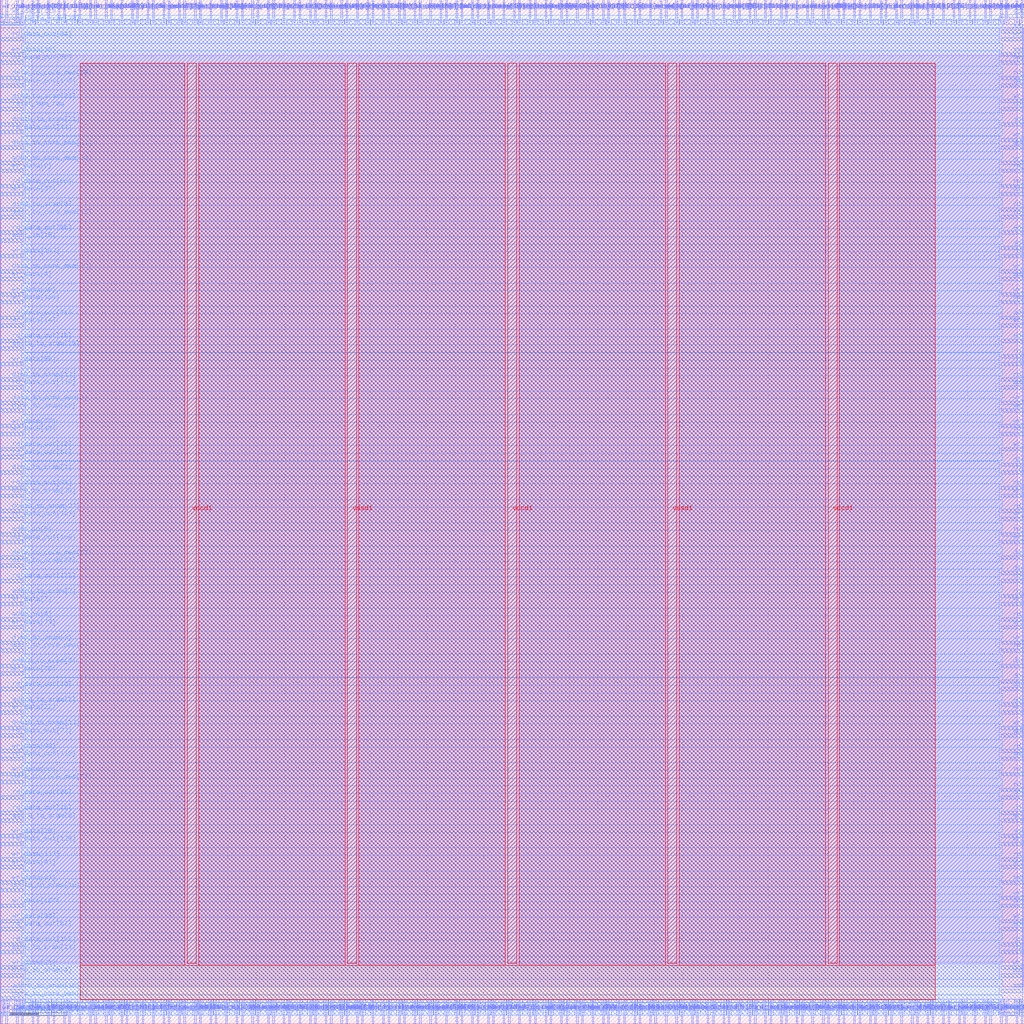
<source format=lef>
VERSION 5.7 ;
  NOWIREEXTENSIONATPIN ON ;
  DIVIDERCHAR "/" ;
  BUSBITCHARS "[]" ;
MACRO sram_wrapper
  CLASS BLOCK ;
  FOREIGN sram_wrapper ;
  ORIGIN 0.000 0.000 ;
  SIZE 180.000 BY 180.000 ;
  PIN addr0_to_sram[0]
    DIRECTION OUTPUT TRISTATE ;
    USE SIGNAL ;
    PORT
      LAYER met3 ;
        RECT 0.000 35.400 4.000 36.000 ;
    END
  END addr0_to_sram[0]
  PIN addr0_to_sram[10]
    DIRECTION OUTPUT TRISTATE ;
    USE SIGNAL ;
    PORT
      LAYER met3 ;
        RECT 0.000 5.480 4.000 6.080 ;
    END
  END addr0_to_sram[10]
  PIN addr0_to_sram[11]
    DIRECTION OUTPUT TRISTATE ;
    USE SIGNAL ;
    PORT
      LAYER met3 ;
        RECT 176.000 130.600 180.000 131.200 ;
    END
  END addr0_to_sram[11]
  PIN addr0_to_sram[12]
    DIRECTION OUTPUT TRISTATE ;
    USE SIGNAL ;
    PORT
      LAYER met2 ;
        RECT 179.490 0.000 179.770 4.000 ;
    END
  END addr0_to_sram[12]
  PIN addr0_to_sram[13]
    DIRECTION OUTPUT TRISTATE ;
    USE SIGNAL ;
    PORT
      LAYER met3 ;
        RECT 176.000 32.680 180.000 33.280 ;
    END
  END addr0_to_sram[13]
  PIN addr0_to_sram[14]
    DIRECTION OUTPUT TRISTATE ;
    USE SIGNAL ;
    PORT
      LAYER met2 ;
        RECT 44.250 0.000 44.530 4.000 ;
    END
  END addr0_to_sram[14]
  PIN addr0_to_sram[15]
    DIRECTION OUTPUT TRISTATE ;
    USE SIGNAL ;
    PORT
      LAYER met2 ;
        RECT 38.730 176.000 39.010 180.000 ;
    END
  END addr0_to_sram[15]
  PIN addr0_to_sram[16]
    DIRECTION OUTPUT TRISTATE ;
    USE SIGNAL ;
    PORT
      LAYER met2 ;
        RECT 88.410 176.000 88.690 180.000 ;
    END
  END addr0_to_sram[16]
  PIN addr0_to_sram[17]
    DIRECTION OUTPUT TRISTATE ;
    USE SIGNAL ;
    PORT
      LAYER met2 ;
        RECT 155.570 176.000 155.850 180.000 ;
    END
  END addr0_to_sram[17]
  PIN addr0_to_sram[18]
    DIRECTION OUTPUT TRISTATE ;
    USE SIGNAL ;
    PORT
      LAYER met3 ;
        RECT 176.000 16.360 180.000 16.960 ;
    END
  END addr0_to_sram[18]
  PIN addr0_to_sram[19]
    DIRECTION OUTPUT TRISTATE ;
    USE SIGNAL ;
    PORT
      LAYER met2 ;
        RECT 176.730 0.000 177.010 4.000 ;
    END
  END addr0_to_sram[19]
  PIN addr0_to_sram[1]
    DIRECTION OUTPUT TRISTATE ;
    USE SIGNAL ;
    PORT
      LAYER met2 ;
        RECT 13.890 176.000 14.170 180.000 ;
    END
  END addr0_to_sram[1]
  PIN addr0_to_sram[2]
    DIRECTION OUTPUT TRISTATE ;
    USE SIGNAL ;
    PORT
      LAYER met3 ;
        RECT 0.000 55.800 4.000 56.400 ;
    END
  END addr0_to_sram[2]
  PIN addr0_to_sram[3]
    DIRECTION OUTPUT TRISTATE ;
    USE SIGNAL ;
    PORT
      LAYER met3 ;
        RECT 176.000 123.800 180.000 124.400 ;
    END
  END addr0_to_sram[3]
  PIN addr0_to_sram[4]
    DIRECTION OUTPUT TRISTATE ;
    USE SIGNAL ;
    PORT
      LAYER met2 ;
        RECT 127.050 0.000 127.330 4.000 ;
    END
  END addr0_to_sram[4]
  PIN addr0_to_sram[5]
    DIRECTION OUTPUT TRISTATE ;
    USE SIGNAL ;
    PORT
      LAYER met2 ;
        RECT 178.570 176.000 178.850 180.000 ;
    END
  END addr0_to_sram[5]
  PIN addr0_to_sram[6]
    DIRECTION OUTPUT TRISTATE ;
    USE SIGNAL ;
    PORT
      LAYER met2 ;
        RECT 176.730 176.000 177.010 180.000 ;
    END
  END addr0_to_sram[6]
  PIN addr0_to_sram[7]
    DIRECTION OUTPUT TRISTATE ;
    USE SIGNAL ;
    PORT
      LAYER met3 ;
        RECT 0.000 74.840 4.000 75.440 ;
    END
  END addr0_to_sram[7]
  PIN addr0_to_sram[8]
    DIRECTION OUTPUT TRISTATE ;
    USE SIGNAL ;
    PORT
      LAYER met3 ;
        RECT 0.000 62.600 4.000 63.200 ;
    END
  END addr0_to_sram[8]
  PIN addr0_to_sram[9]
    DIRECTION OUTPUT TRISTATE ;
    USE SIGNAL ;
    PORT
      LAYER met3 ;
        RECT 176.000 5.480 180.000 6.080 ;
    END
  END addr0_to_sram[9]
  PIN addr_in[0]
    DIRECTION INPUT ;
    USE SIGNAL ;
    PORT
      LAYER met2 ;
        RECT 147.290 0.000 147.570 4.000 ;
    END
  END addr_in[0]
  PIN addr_in[10]
    DIRECTION INPUT ;
    USE SIGNAL ;
    PORT
      LAYER met2 ;
        RECT 19.410 0.000 19.690 4.000 ;
    END
  END addr_in[10]
  PIN addr_in[11]
    DIRECTION INPUT ;
    USE SIGNAL ;
    PORT
      LAYER met3 ;
        RECT 176.000 138.760 180.000 139.360 ;
    END
  END addr_in[11]
  PIN addr_in[12]
    DIRECTION INPUT ;
    USE SIGNAL ;
    PORT
      LAYER met3 ;
        RECT 176.000 170.040 180.000 170.640 ;
    END
  END addr_in[12]
  PIN addr_in[13]
    DIRECTION INPUT ;
    USE SIGNAL ;
    PORT
      LAYER met2 ;
        RECT 60.810 0.000 61.090 4.000 ;
    END
  END addr_in[13]
  PIN addr_in[14]
    DIRECTION INPUT ;
    USE SIGNAL ;
    PORT
      LAYER met2 ;
        RECT 173.970 176.000 174.250 180.000 ;
    END
  END addr_in[14]
  PIN addr_in[15]
    DIRECTION INPUT ;
    USE SIGNAL ;
    PORT
      LAYER met3 ;
        RECT 0.000 137.400 4.000 138.000 ;
    END
  END addr_in[15]
  PIN addr_in[16]
    DIRECTION INPUT ;
    USE SIGNAL ;
    PORT
      LAYER met2 ;
        RECT 25.850 176.000 26.130 180.000 ;
    END
  END addr_in[16]
  PIN addr_in[17]
    DIRECTION INPUT ;
    USE SIGNAL ;
    PORT
      LAYER met2 ;
        RECT 125.210 0.000 125.490 4.000 ;
    END
  END addr_in[17]
  PIN addr_in[18]
    DIRECTION INPUT ;
    USE SIGNAL ;
    PORT
      LAYER met2 ;
        RECT 41.490 176.000 41.770 180.000 ;
    END
  END addr_in[18]
  PIN addr_in[19]
    DIRECTION INPUT ;
    USE SIGNAL ;
    PORT
      LAYER met3 ;
        RECT 176.000 176.840 180.000 177.440 ;
    END
  END addr_in[19]
  PIN addr_in[1]
    DIRECTION INPUT ;
    USE SIGNAL ;
    PORT
      LAYER met3 ;
        RECT 176.000 50.360 180.000 50.960 ;
    END
  END addr_in[1]
  PIN addr_in[2]
    DIRECTION INPUT ;
    USE SIGNAL ;
    PORT
      LAYER met3 ;
        RECT 176.000 136.040 180.000 136.640 ;
    END
  END addr_in[2]
  PIN addr_in[3]
    DIRECTION INPUT ;
    USE SIGNAL ;
    PORT
      LAYER met3 ;
        RECT 176.000 174.120 180.000 174.720 ;
    END
  END addr_in[3]
  PIN addr_in[4]
    DIRECTION INPUT ;
    USE SIGNAL ;
    PORT
      LAYER met3 ;
        RECT 0.000 70.760 4.000 71.360 ;
    END
  END addr_in[4]
  PIN addr_in[5]
    DIRECTION INPUT ;
    USE SIGNAL ;
    PORT
      LAYER met3 ;
        RECT 0.000 85.720 4.000 86.320 ;
    END
  END addr_in[5]
  PIN addr_in[6]
    DIRECTION INPUT ;
    USE SIGNAL ;
    PORT
      LAYER met3 ;
        RECT 176.000 153.720 180.000 154.320 ;
    END
  END addr_in[6]
  PIN addr_in[7]
    DIRECTION INPUT ;
    USE SIGNAL ;
    PORT
      LAYER met2 ;
        RECT 103.130 176.000 103.410 180.000 ;
    END
  END addr_in[7]
  PIN addr_in[8]
    DIRECTION INPUT ;
    USE SIGNAL ;
    PORT
      LAYER met2 ;
        RECT 141.770 176.000 142.050 180.000 ;
    END
  END addr_in[8]
  PIN addr_in[9]
    DIRECTION INPUT ;
    USE SIGNAL ;
    PORT
      LAYER met2 ;
        RECT 26.770 176.000 27.050 180.000 ;
    END
  END addr_in[9]
  PIN addr_to_core_mem[0]
    DIRECTION INPUT ;
    USE SIGNAL ;
    PORT
      LAYER met2 ;
        RECT 118.770 176.000 119.050 180.000 ;
    END
  END addr_to_core_mem[0]
  PIN addr_to_core_mem[10]
    DIRECTION INPUT ;
    USE SIGNAL ;
    PORT
      LAYER met2 ;
        RECT 114.170 176.000 114.450 180.000 ;
    END
  END addr_to_core_mem[10]
  PIN addr_to_core_mem[11]
    DIRECTION INPUT ;
    USE SIGNAL ;
    PORT
      LAYER met2 ;
        RECT 129.810 0.000 130.090 4.000 ;
    END
  END addr_to_core_mem[11]
  PIN addr_to_core_mem[12]
    DIRECTION INPUT ;
    USE SIGNAL ;
    PORT
      LAYER met2 ;
        RECT 21.250 176.000 21.530 180.000 ;
    END
  END addr_to_core_mem[12]
  PIN addr_to_core_mem[13]
    DIRECTION INPUT ;
    USE SIGNAL ;
    PORT
      LAYER met3 ;
        RECT 0.000 141.480 4.000 142.080 ;
    END
  END addr_to_core_mem[13]
  PIN addr_to_core_mem[14]
    DIRECTION INPUT ;
    USE SIGNAL ;
    PORT
      LAYER met2 ;
        RECT 65.410 0.000 65.690 4.000 ;
    END
  END addr_to_core_mem[14]
  PIN addr_to_core_mem[15]
    DIRECTION INPUT ;
    USE SIGNAL ;
    PORT
      LAYER met2 ;
        RECT 162.930 176.000 163.210 180.000 ;
    END
  END addr_to_core_mem[15]
  PIN addr_to_core_mem[16]
    DIRECTION INPUT ;
    USE SIGNAL ;
    PORT
      LAYER met3 ;
        RECT 176.000 111.560 180.000 112.160 ;
    END
  END addr_to_core_mem[16]
  PIN addr_to_core_mem[17]
    DIRECTION INPUT ;
    USE SIGNAL ;
    PORT
      LAYER met2 ;
        RECT 98.530 0.000 98.810 4.000 ;
    END
  END addr_to_core_mem[17]
  PIN addr_to_core_mem[18]
    DIRECTION INPUT ;
    USE SIGNAL ;
    PORT
      LAYER met3 ;
        RECT 0.000 151.000 4.000 151.600 ;
    END
  END addr_to_core_mem[18]
  PIN addr_to_core_mem[19]
    DIRECTION INPUT ;
    USE SIGNAL ;
    PORT
      LAYER met3 ;
        RECT 176.000 119.720 180.000 120.320 ;
    END
  END addr_to_core_mem[19]
  PIN addr_to_core_mem[1]
    DIRECTION INPUT ;
    USE SIGNAL ;
    PORT
      LAYER met2 ;
        RECT 99.450 0.000 99.730 4.000 ;
    END
  END addr_to_core_mem[1]
  PIN addr_to_core_mem[2]
    DIRECTION INPUT ;
    USE SIGNAL ;
    PORT
      LAYER met3 ;
        RECT 176.000 157.800 180.000 158.400 ;
    END
  END addr_to_core_mem[2]
  PIN addr_to_core_mem[3]
    DIRECTION INPUT ;
    USE SIGNAL ;
    PORT
      LAYER met2 ;
        RECT 127.970 0.000 128.250 4.000 ;
    END
  END addr_to_core_mem[3]
  PIN addr_to_core_mem[4]
    DIRECTION INPUT ;
    USE SIGNAL ;
    PORT
      LAYER met3 ;
        RECT 176.000 24.520 180.000 25.120 ;
    END
  END addr_to_core_mem[4]
  PIN addr_to_core_mem[5]
    DIRECTION INPUT ;
    USE SIGNAL ;
    PORT
      LAYER met3 ;
        RECT 176.000 46.280 180.000 46.880 ;
    END
  END addr_to_core_mem[5]
  PIN addr_to_core_mem[6]
    DIRECTION INPUT ;
    USE SIGNAL ;
    PORT
      LAYER met2 ;
        RECT 105.890 176.000 106.170 180.000 ;
    END
  END addr_to_core_mem[6]
  PIN addr_to_core_mem[7]
    DIRECTION INPUT ;
    USE SIGNAL ;
    PORT
      LAYER met3 ;
        RECT 176.000 55.800 180.000 56.400 ;
    END
  END addr_to_core_mem[7]
  PIN addr_to_core_mem[8]
    DIRECTION INPUT ;
    USE SIGNAL ;
    PORT
      LAYER met3 ;
        RECT 0.000 65.320 4.000 65.920 ;
    END
  END addr_to_core_mem[8]
  PIN addr_to_core_mem[9]
    DIRECTION INPUT ;
    USE SIGNAL ;
    PORT
      LAYER met3 ;
        RECT 176.000 2.760 180.000 3.360 ;
    END
  END addr_to_core_mem[9]
  PIN clk
    DIRECTION INPUT ;
    USE SIGNAL ;
    PORT
      LAYER met2 ;
        RECT 163.850 176.000 164.130 180.000 ;
    END
  END clk
  PIN csb0_to_sram
    DIRECTION OUTPUT TRISTATE ;
    USE SIGNAL ;
    PORT
      LAYER met2 ;
        RECT 73.690 176.000 73.970 180.000 ;
    END
  END csb0_to_sram
  PIN data_to_core_mem[0]
    DIRECTION INPUT ;
    USE SIGNAL ;
    PORT
      LAYER met3 ;
        RECT 176.000 164.600 180.000 165.200 ;
    END
  END data_to_core_mem[0]
  PIN data_to_core_mem[10]
    DIRECTION INPUT ;
    USE SIGNAL ;
    PORT
      LAYER met2 ;
        RECT 135.330 176.000 135.610 180.000 ;
    END
  END data_to_core_mem[10]
  PIN data_to_core_mem[11]
    DIRECTION INPUT ;
    USE SIGNAL ;
    PORT
      LAYER met2 ;
        RECT 90.250 176.000 90.530 180.000 ;
    END
  END data_to_core_mem[11]
  PIN data_to_core_mem[12]
    DIRECTION INPUT ;
    USE SIGNAL ;
    PORT
      LAYER met3 ;
        RECT 0.000 131.960 4.000 132.560 ;
    END
  END data_to_core_mem[12]
  PIN data_to_core_mem[13]
    DIRECTION INPUT ;
    USE SIGNAL ;
    PORT
      LAYER met2 ;
        RECT 175.810 0.000 176.090 4.000 ;
    END
  END data_to_core_mem[13]
  PIN data_to_core_mem[14]
    DIRECTION INPUT ;
    USE SIGNAL ;
    PORT
      LAYER met2 ;
        RECT 131.650 0.000 131.930 4.000 ;
    END
  END data_to_core_mem[14]
  PIN data_to_core_mem[15]
    DIRECTION INPUT ;
    USE SIGNAL ;
    PORT
      LAYER met2 ;
        RECT 11.130 176.000 11.410 180.000 ;
    END
  END data_to_core_mem[15]
  PIN data_to_core_mem[16]
    DIRECTION INPUT ;
    USE SIGNAL ;
    PORT
      LAYER met2 ;
        RECT 68.170 0.000 68.450 4.000 ;
    END
  END data_to_core_mem[16]
  PIN data_to_core_mem[17]
    DIRECTION INPUT ;
    USE SIGNAL ;
    PORT
      LAYER met2 ;
        RECT 93.930 0.000 94.210 4.000 ;
    END
  END data_to_core_mem[17]
  PIN data_to_core_mem[18]
    DIRECTION INPUT ;
    USE SIGNAL ;
    PORT
      LAYER met2 ;
        RECT 16.650 0.000 16.930 4.000 ;
    END
  END data_to_core_mem[18]
  PIN data_to_core_mem[19]
    DIRECTION INPUT ;
    USE SIGNAL ;
    PORT
      LAYER met2 ;
        RECT 9.290 0.000 9.570 4.000 ;
    END
  END data_to_core_mem[19]
  PIN data_to_core_mem[1]
    DIRECTION INPUT ;
    USE SIGNAL ;
    PORT
      LAYER met2 ;
        RECT 142.690 0.000 142.970 4.000 ;
    END
  END data_to_core_mem[1]
  PIN data_to_core_mem[20]
    DIRECTION INPUT ;
    USE SIGNAL ;
    PORT
      LAYER met2 ;
        RECT 36.890 0.000 37.170 4.000 ;
    END
  END data_to_core_mem[20]
  PIN data_to_core_mem[21]
    DIRECTION INPUT ;
    USE SIGNAL ;
    PORT
      LAYER met2 ;
        RECT 67.250 176.000 67.530 180.000 ;
    END
  END data_to_core_mem[21]
  PIN data_to_core_mem[22]
    DIRECTION INPUT ;
    USE SIGNAL ;
    PORT
      LAYER met2 ;
        RECT 52.530 176.000 52.810 180.000 ;
    END
  END data_to_core_mem[22]
  PIN data_to_core_mem[23]
    DIRECTION INPUT ;
    USE SIGNAL ;
    PORT
      LAYER met3 ;
        RECT 0.000 153.720 4.000 154.320 ;
    END
  END data_to_core_mem[23]
  PIN data_to_core_mem[24]
    DIRECTION INPUT ;
    USE SIGNAL ;
    PORT
      LAYER met2 ;
        RECT 134.410 176.000 134.690 180.000 ;
    END
  END data_to_core_mem[24]
  PIN data_to_core_mem[25]
    DIRECTION INPUT ;
    USE SIGNAL ;
    PORT
      LAYER met3 ;
        RECT 176.000 81.640 180.000 82.240 ;
    END
  END data_to_core_mem[25]
  PIN data_to_core_mem[26]
    DIRECTION INPUT ;
    USE SIGNAL ;
    PORT
      LAYER met2 ;
        RECT 51.610 176.000 51.890 180.000 ;
    END
  END data_to_core_mem[26]
  PIN data_to_core_mem[27]
    DIRECTION INPUT ;
    USE SIGNAL ;
    PORT
      LAYER met3 ;
        RECT 0.000 42.200 4.000 42.800 ;
    END
  END data_to_core_mem[27]
  PIN data_to_core_mem[28]
    DIRECTION INPUT ;
    USE SIGNAL ;
    PORT
      LAYER met3 ;
        RECT 0.000 81.640 4.000 82.240 ;
    END
  END data_to_core_mem[28]
  PIN data_to_core_mem[29]
    DIRECTION INPUT ;
    USE SIGNAL ;
    PORT
      LAYER met3 ;
        RECT 0.000 165.960 4.000 166.560 ;
    END
  END data_to_core_mem[29]
  PIN data_to_core_mem[2]
    DIRECTION INPUT ;
    USE SIGNAL ;
    PORT
      LAYER met2 ;
        RECT 102.210 0.000 102.490 4.000 ;
    END
  END data_to_core_mem[2]
  PIN data_to_core_mem[30]
    DIRECTION INPUT ;
    USE SIGNAL ;
    PORT
      LAYER met2 ;
        RECT 86.570 176.000 86.850 180.000 ;
    END
  END data_to_core_mem[30]
  PIN data_to_core_mem[31]
    DIRECTION INPUT ;
    USE SIGNAL ;
    PORT
      LAYER met2 ;
        RECT 42.410 176.000 42.690 180.000 ;
    END
  END data_to_core_mem[31]
  PIN data_to_core_mem[3]
    DIRECTION INPUT ;
    USE SIGNAL ;
    PORT
      LAYER met2 ;
        RECT 49.770 176.000 50.050 180.000 ;
    END
  END data_to_core_mem[3]
  PIN data_to_core_mem[4]
    DIRECTION INPUT ;
    USE SIGNAL ;
    PORT
      LAYER met2 ;
        RECT 63.570 0.000 63.850 4.000 ;
    END
  END data_to_core_mem[4]
  PIN data_to_core_mem[5]
    DIRECTION INPUT ;
    USE SIGNAL ;
    PORT
      LAYER met2 ;
        RECT 31.370 176.000 31.650 180.000 ;
    END
  END data_to_core_mem[5]
  PIN data_to_core_mem[6]
    DIRECTION INPUT ;
    USE SIGNAL ;
    PORT
      LAYER met3 ;
        RECT 0.000 4.120 4.000 4.720 ;
    END
  END data_to_core_mem[6]
  PIN data_to_core_mem[7]
    DIRECTION INPUT ;
    USE SIGNAL ;
    PORT
      LAYER met3 ;
        RECT 0.000 108.840 4.000 109.440 ;
    END
  END data_to_core_mem[7]
  PIN data_to_core_mem[8]
    DIRECTION INPUT ;
    USE SIGNAL ;
    PORT
      LAYER met2 ;
        RECT 105.890 0.000 106.170 4.000 ;
    END
  END data_to_core_mem[8]
  PIN data_to_core_mem[9]
    DIRECTION INPUT ;
    USE SIGNAL ;
    PORT
      LAYER met2 ;
        RECT 153.730 0.000 154.010 4.000 ;
    END
  END data_to_core_mem[9]
  PIN din0_to_sram[0]
    DIRECTION OUTPUT TRISTATE ;
    USE SIGNAL ;
    PORT
      LAYER met2 ;
        RECT 24.010 176.000 24.290 180.000 ;
    END
  END din0_to_sram[0]
  PIN din0_to_sram[10]
    DIRECTION OUTPUT TRISTATE ;
    USE SIGNAL ;
    PORT
      LAYER met2 ;
        RECT 36.890 176.000 37.170 180.000 ;
    END
  END din0_to_sram[10]
  PIN din0_to_sram[11]
    DIRECTION OUTPUT TRISTATE ;
    USE SIGNAL ;
    PORT
      LAYER met3 ;
        RECT 176.000 13.640 180.000 14.240 ;
    END
  END din0_to_sram[11]
  PIN din0_to_sram[12]
    DIRECTION OUTPUT TRISTATE ;
    USE SIGNAL ;
    PORT
      LAYER met2 ;
        RECT 161.090 0.000 161.370 4.000 ;
    END
  END din0_to_sram[12]
  PIN din0_to_sram[13]
    DIRECTION OUTPUT TRISTATE ;
    USE SIGNAL ;
    PORT
      LAYER met3 ;
        RECT 0.000 112.920 4.000 113.520 ;
    END
  END din0_to_sram[13]
  PIN din0_to_sram[14]
    DIRECTION OUTPUT TRISTATE ;
    USE SIGNAL ;
    PORT
      LAYER met3 ;
        RECT 0.000 12.280 4.000 12.880 ;
    END
  END din0_to_sram[14]
  PIN din0_to_sram[15]
    DIRECTION OUTPUT TRISTATE ;
    USE SIGNAL ;
    PORT
      LAYER met2 ;
        RECT 58.050 176.000 58.330 180.000 ;
    END
  END din0_to_sram[15]
  PIN din0_to_sram[16]
    DIRECTION OUTPUT TRISTATE ;
    USE SIGNAL ;
    PORT
      LAYER met3 ;
        RECT 176.000 58.520 180.000 59.120 ;
    END
  END din0_to_sram[16]
  PIN din0_to_sram[17]
    DIRECTION OUTPUT TRISTATE ;
    USE SIGNAL ;
    PORT
      LAYER met2 ;
        RECT 152.810 0.000 153.090 4.000 ;
    END
  END din0_to_sram[17]
  PIN din0_to_sram[18]
    DIRECTION OUTPUT TRISTATE ;
    USE SIGNAL ;
    PORT
      LAYER met2 ;
        RECT 106.810 0.000 107.090 4.000 ;
    END
  END din0_to_sram[18]
  PIN din0_to_sram[19]
    DIRECTION OUTPUT TRISTATE ;
    USE SIGNAL ;
    PORT
      LAYER met2 ;
        RECT 59.890 176.000 60.170 180.000 ;
    END
  END din0_to_sram[19]
  PIN din0_to_sram[1]
    DIRECTION OUTPUT TRISTATE ;
    USE SIGNAL ;
    PORT
      LAYER met3 ;
        RECT 0.000 96.600 4.000 97.200 ;
    END
  END din0_to_sram[1]
  PIN din0_to_sram[20]
    DIRECTION OUTPUT TRISTATE ;
    USE SIGNAL ;
    PORT
      LAYER met3 ;
        RECT 176.000 97.960 180.000 98.560 ;
    END
  END din0_to_sram[20]
  PIN din0_to_sram[21]
    DIRECTION OUTPUT TRISTATE ;
    USE SIGNAL ;
    PORT
      LAYER met2 ;
        RECT 47.010 176.000 47.290 180.000 ;
    END
  END din0_to_sram[21]
  PIN din0_to_sram[22]
    DIRECTION OUTPUT TRISTATE ;
    USE SIGNAL ;
    PORT
      LAYER met3 ;
        RECT 0.000 80.280 4.000 80.880 ;
    END
  END din0_to_sram[22]
  PIN din0_to_sram[23]
    DIRECTION OUTPUT TRISTATE ;
    USE SIGNAL ;
    PORT
      LAYER met3 ;
        RECT 0.000 161.880 4.000 162.480 ;
    END
  END din0_to_sram[23]
  PIN din0_to_sram[24]
    DIRECTION OUTPUT TRISTATE ;
    USE SIGNAL ;
    PORT
      LAYER met2 ;
        RECT 93.010 0.000 93.290 4.000 ;
    END
  END din0_to_sram[24]
  PIN din0_to_sram[25]
    DIRECTION OUTPUT TRISTATE ;
    USE SIGNAL ;
    PORT
      LAYER met3 ;
        RECT 176.000 78.920 180.000 79.520 ;
    END
  END din0_to_sram[25]
  PIN din0_to_sram[26]
    DIRECTION OUTPUT TRISTATE ;
    USE SIGNAL ;
    PORT
      LAYER met2 ;
        RECT 112.330 176.000 112.610 180.000 ;
    END
  END din0_to_sram[26]
  PIN din0_to_sram[27]
    DIRECTION OUTPUT TRISTATE ;
    USE SIGNAL ;
    PORT
      LAYER met2 ;
        RECT 104.050 176.000 104.330 180.000 ;
    END
  END din0_to_sram[27]
  PIN din0_to_sram[28]
    DIRECTION OUTPUT TRISTATE ;
    USE SIGNAL ;
    PORT
      LAYER met2 ;
        RECT 72.770 0.000 73.050 4.000 ;
    END
  END din0_to_sram[28]
  PIN din0_to_sram[29]
    DIRECTION OUTPUT TRISTATE ;
    USE SIGNAL ;
    PORT
      LAYER met3 ;
        RECT 0.000 107.480 4.000 108.080 ;
    END
  END din0_to_sram[29]
  PIN din0_to_sram[2]
    DIRECTION OUTPUT TRISTATE ;
    USE SIGNAL ;
    PORT
      LAYER met2 ;
        RECT 88.410 0.000 88.690 4.000 ;
    END
  END din0_to_sram[2]
  PIN din0_to_sram[30]
    DIRECTION OUTPUT TRISTATE ;
    USE SIGNAL ;
    PORT
      LAYER met3 ;
        RECT 0.000 92.520 4.000 93.120 ;
    END
  END din0_to_sram[30]
  PIN din0_to_sram[31]
    DIRECTION OUTPUT TRISTATE ;
    USE SIGNAL ;
    PORT
      LAYER met2 ;
        RECT 122.450 176.000 122.730 180.000 ;
    END
  END din0_to_sram[31]
  PIN din0_to_sram[3]
    DIRECTION OUTPUT TRISTATE ;
    USE SIGNAL ;
    PORT
      LAYER met3 ;
        RECT 0.000 66.680 4.000 67.280 ;
    END
  END din0_to_sram[3]
  PIN din0_to_sram[4]
    DIRECTION OUTPUT TRISTATE ;
    USE SIGNAL ;
    PORT
      LAYER met3 ;
        RECT 0.000 8.200 4.000 8.800 ;
    END
  END din0_to_sram[4]
  PIN din0_to_sram[5]
    DIRECTION OUTPUT TRISTATE ;
    USE SIGNAL ;
    PORT
      LAYER met3 ;
        RECT 176.000 145.560 180.000 146.160 ;
    END
  END din0_to_sram[5]
  PIN din0_to_sram[6]
    DIRECTION OUTPUT TRISTATE ;
    USE SIGNAL ;
    PORT
      LAYER met3 ;
        RECT 176.000 62.600 180.000 63.200 ;
    END
  END din0_to_sram[6]
  PIN din0_to_sram[7]
    DIRECTION OUTPUT TRISTATE ;
    USE SIGNAL ;
    PORT
      LAYER met3 ;
        RECT 176.000 8.200 180.000 8.800 ;
    END
  END din0_to_sram[7]
  PIN din0_to_sram[8]
    DIRECTION OUTPUT TRISTATE ;
    USE SIGNAL ;
    PORT
      LAYER met3 ;
        RECT 0.000 142.840 4.000 143.440 ;
    END
  END din0_to_sram[8]
  PIN din0_to_sram[9]
    DIRECTION OUTPUT TRISTATE ;
    USE SIGNAL ;
    PORT
      LAYER met2 ;
        RECT 109.570 176.000 109.850 180.000 ;
    END
  END din0_to_sram[9]
  PIN dout0_to_sram[0]
    DIRECTION INPUT ;
    USE SIGNAL ;
    PORT
      LAYER met3 ;
        RECT 176.000 59.880 180.000 60.480 ;
    END
  END dout0_to_sram[0]
  PIN dout0_to_sram[10]
    DIRECTION INPUT ;
    USE SIGNAL ;
    PORT
      LAYER met3 ;
        RECT 0.000 23.160 4.000 23.760 ;
    END
  END dout0_to_sram[10]
  PIN dout0_to_sram[11]
    DIRECTION INPUT ;
    USE SIGNAL ;
    PORT
      LAYER met2 ;
        RECT 29.530 176.000 29.810 180.000 ;
    END
  END dout0_to_sram[11]
  PIN dout0_to_sram[12]
    DIRECTION INPUT ;
    USE SIGNAL ;
    PORT
      LAYER met2 ;
        RECT 112.330 0.000 112.610 4.000 ;
    END
  END dout0_to_sram[12]
  PIN dout0_to_sram[13]
    DIRECTION INPUT ;
    USE SIGNAL ;
    PORT
      LAYER met3 ;
        RECT 0.000 51.720 4.000 52.320 ;
    END
  END dout0_to_sram[13]
  PIN dout0_to_sram[14]
    DIRECTION INPUT ;
    USE SIGNAL ;
    PORT
      LAYER met2 ;
        RECT 60.810 176.000 61.090 180.000 ;
    END
  END dout0_to_sram[14]
  PIN dout0_to_sram[15]
    DIRECTION INPUT ;
    USE SIGNAL ;
    PORT
      LAYER met2 ;
        RECT 145.450 176.000 145.730 180.000 ;
    END
  END dout0_to_sram[15]
  PIN dout0_to_sram[16]
    DIRECTION INPUT ;
    USE SIGNAL ;
    PORT
      LAYER met2 ;
        RECT 54.370 0.000 54.650 4.000 ;
    END
  END dout0_to_sram[16]
  PIN dout0_to_sram[17]
    DIRECTION INPUT ;
    USE SIGNAL ;
    PORT
      LAYER met2 ;
        RECT 93.930 176.000 94.210 180.000 ;
    END
  END dout0_to_sram[17]
  PIN dout0_to_sram[18]
    DIRECTION INPUT ;
    USE SIGNAL ;
    PORT
      LAYER met2 ;
        RECT 68.170 176.000 68.450 180.000 ;
    END
  END dout0_to_sram[18]
  PIN dout0_to_sram[19]
    DIRECTION INPUT ;
    USE SIGNAL ;
    PORT
      LAYER met2 ;
        RECT 23.090 176.000 23.370 180.000 ;
    END
  END dout0_to_sram[19]
  PIN dout0_to_sram[1]
    DIRECTION INPUT ;
    USE SIGNAL ;
    PORT
      LAYER met2 ;
        RECT 80.130 176.000 80.410 180.000 ;
    END
  END dout0_to_sram[1]
  PIN dout0_to_sram[20]
    DIRECTION INPUT ;
    USE SIGNAL ;
    PORT
      LAYER met2 ;
        RECT 137.170 0.000 137.450 4.000 ;
    END
  END dout0_to_sram[20]
  PIN dout0_to_sram[21]
    DIRECTION INPUT ;
    USE SIGNAL ;
    PORT
      LAYER met2 ;
        RECT 44.250 176.000 44.530 180.000 ;
    END
  END dout0_to_sram[21]
  PIN dout0_to_sram[22]
    DIRECTION INPUT ;
    USE SIGNAL ;
    PORT
      LAYER met2 ;
        RECT 47.930 0.000 48.210 4.000 ;
    END
  END dout0_to_sram[22]
  PIN dout0_to_sram[23]
    DIRECTION INPUT ;
    USE SIGNAL ;
    PORT
      LAYER met3 ;
        RECT 176.000 20.440 180.000 21.040 ;
    END
  END dout0_to_sram[23]
  PIN dout0_to_sram[24]
    DIRECTION INPUT ;
    USE SIGNAL ;
    PORT
      LAYER met2 ;
        RECT 50.690 0.000 50.970 4.000 ;
    END
  END dout0_to_sram[24]
  PIN dout0_to_sram[25]
    DIRECTION INPUT ;
    USE SIGNAL ;
    PORT
      LAYER met2 ;
        RECT 121.530 176.000 121.810 180.000 ;
    END
  END dout0_to_sram[25]
  PIN dout0_to_sram[26]
    DIRECTION INPUT ;
    USE SIGNAL ;
    PORT
      LAYER met2 ;
        RECT 152.810 176.000 153.090 180.000 ;
    END
  END dout0_to_sram[26]
  PIN dout0_to_sram[27]
    DIRECTION INPUT ;
    USE SIGNAL ;
    PORT
      LAYER met3 ;
        RECT 0.000 89.800 4.000 90.400 ;
    END
  END dout0_to_sram[27]
  PIN dout0_to_sram[28]
    DIRECTION INPUT ;
    USE SIGNAL ;
    PORT
      LAYER met3 ;
        RECT 0.000 175.480 4.000 176.080 ;
    END
  END dout0_to_sram[28]
  PIN dout0_to_sram[29]
    DIRECTION INPUT ;
    USE SIGNAL ;
    PORT
      LAYER met3 ;
        RECT 0.000 118.360 4.000 118.960 ;
    END
  END dout0_to_sram[29]
  PIN dout0_to_sram[2]
    DIRECTION INPUT ;
    USE SIGNAL ;
    PORT
      LAYER met2 ;
        RECT 167.530 176.000 167.810 180.000 ;
    END
  END dout0_to_sram[2]
  PIN dout0_to_sram[30]
    DIRECTION INPUT ;
    USE SIGNAL ;
    PORT
      LAYER met3 ;
        RECT 176.000 126.520 180.000 127.120 ;
    END
  END dout0_to_sram[30]
  PIN dout0_to_sram[31]
    DIRECTION INPUT ;
    USE SIGNAL ;
    PORT
      LAYER met3 ;
        RECT 0.000 157.800 4.000 158.400 ;
    END
  END dout0_to_sram[31]
  PIN dout0_to_sram[3]
    DIRECTION INPUT ;
    USE SIGNAL ;
    PORT
      LAYER met2 ;
        RECT 70.010 0.000 70.290 4.000 ;
    END
  END dout0_to_sram[3]
  PIN dout0_to_sram[4]
    DIRECTION INPUT ;
    USE SIGNAL ;
    PORT
      LAYER met2 ;
        RECT 108.650 176.000 108.930 180.000 ;
    END
  END dout0_to_sram[4]
  PIN dout0_to_sram[5]
    DIRECTION INPUT ;
    USE SIGNAL ;
    PORT
      LAYER met3 ;
        RECT 176.000 39.480 180.000 40.080 ;
    END
  END dout0_to_sram[5]
  PIN dout0_to_sram[6]
    DIRECTION INPUT ;
    USE SIGNAL ;
    PORT
      LAYER met2 ;
        RECT 52.530 0.000 52.810 4.000 ;
    END
  END dout0_to_sram[6]
  PIN dout0_to_sram[7]
    DIRECTION INPUT ;
    USE SIGNAL ;
    PORT
      LAYER met2 ;
        RECT 179.490 176.000 179.770 180.000 ;
    END
  END dout0_to_sram[7]
  PIN dout0_to_sram[8]
    DIRECTION INPUT ;
    USE SIGNAL ;
    PORT
      LAYER met3 ;
        RECT 176.000 168.680 180.000 169.280 ;
    END
  END dout0_to_sram[8]
  PIN dout0_to_sram[9]
    DIRECTION INPUT ;
    USE SIGNAL ;
    PORT
      LAYER met2 ;
        RECT 24.930 0.000 25.210 4.000 ;
    END
  END dout0_to_sram[9]
  PIN is_loading_memory_into_core
    DIRECTION INPUT ;
    USE SIGNAL ;
    PORT
      LAYER met2 ;
        RECT 77.370 176.000 77.650 180.000 ;
    END
  END is_loading_memory_into_core
  PIN rd_data_out[0]
    DIRECTION OUTPUT TRISTATE ;
    USE SIGNAL ;
    PORT
      LAYER met2 ;
        RECT 34.130 176.000 34.410 180.000 ;
    END
  END rd_data_out[0]
  PIN rd_data_out[100]
    DIRECTION OUTPUT TRISTATE ;
    USE SIGNAL ;
    PORT
      LAYER met2 ;
        RECT 119.690 176.000 119.970 180.000 ;
    END
  END rd_data_out[100]
  PIN rd_data_out[101]
    DIRECTION OUTPUT TRISTATE ;
    USE SIGNAL ;
    PORT
      LAYER met2 ;
        RECT 57.130 176.000 57.410 180.000 ;
    END
  END rd_data_out[101]
  PIN rd_data_out[102]
    DIRECTION OUTPUT TRISTATE ;
    USE SIGNAL ;
    PORT
      LAYER met3 ;
        RECT 176.000 134.680 180.000 135.280 ;
    END
  END rd_data_out[102]
  PIN rd_data_out[103]
    DIRECTION OUTPUT TRISTATE ;
    USE SIGNAL ;
    PORT
      LAYER met3 ;
        RECT 0.000 164.600 4.000 165.200 ;
    END
  END rd_data_out[103]
  PIN rd_data_out[104]
    DIRECTION OUTPUT TRISTATE ;
    USE SIGNAL ;
    PORT
      LAYER met2 ;
        RECT 39.650 176.000 39.930 180.000 ;
    END
  END rd_data_out[104]
  PIN rd_data_out[105]
    DIRECTION OUTPUT TRISTATE ;
    USE SIGNAL ;
    PORT
      LAYER met2 ;
        RECT 85.650 176.000 85.930 180.000 ;
    END
  END rd_data_out[105]
  PIN rd_data_out[106]
    DIRECTION OUTPUT TRISTATE ;
    USE SIGNAL ;
    PORT
      LAYER met2 ;
        RECT 70.930 0.000 71.210 4.000 ;
    END
  END rd_data_out[106]
  PIN rd_data_out[107]
    DIRECTION OUTPUT TRISTATE ;
    USE SIGNAL ;
    PORT
      LAYER met3 ;
        RECT 176.000 36.760 180.000 37.360 ;
    END
  END rd_data_out[107]
  PIN rd_data_out[108]
    DIRECTION OUTPUT TRISTATE ;
    USE SIGNAL ;
    PORT
      LAYER met3 ;
        RECT 0.000 13.640 4.000 14.240 ;
    END
  END rd_data_out[108]
  PIN rd_data_out[109]
    DIRECTION OUTPUT TRISTATE ;
    USE SIGNAL ;
    PORT
      LAYER met3 ;
        RECT 0.000 84.360 4.000 84.960 ;
    END
  END rd_data_out[109]
  PIN rd_data_out[10]
    DIRECTION OUTPUT TRISTATE ;
    USE SIGNAL ;
    PORT
      LAYER met3 ;
        RECT 0.000 58.520 4.000 59.120 ;
    END
  END rd_data_out[10]
  PIN rd_data_out[110]
    DIRECTION OUTPUT TRISTATE ;
    USE SIGNAL ;
    PORT
      LAYER met3 ;
        RECT 0.000 111.560 4.000 112.160 ;
    END
  END rd_data_out[110]
  PIN rd_data_out[111]
    DIRECTION OUTPUT TRISTATE ;
    USE SIGNAL ;
    PORT
      LAYER met2 ;
        RECT 96.690 176.000 96.970 180.000 ;
    END
  END rd_data_out[111]
  PIN rd_data_out[112]
    DIRECTION OUTPUT TRISTATE ;
    USE SIGNAL ;
    PORT
      LAYER met2 ;
        RECT 55.290 0.000 55.570 4.000 ;
    END
  END rd_data_out[112]
  PIN rd_data_out[113]
    DIRECTION OUTPUT TRISTATE ;
    USE SIGNAL ;
    PORT
      LAYER met3 ;
        RECT 176.000 165.960 180.000 166.560 ;
    END
  END rd_data_out[113]
  PIN rd_data_out[114]
    DIRECTION OUTPUT TRISTATE ;
    USE SIGNAL ;
    PORT
      LAYER met2 ;
        RECT 99.450 176.000 99.730 180.000 ;
    END
  END rd_data_out[114]
  PIN rd_data_out[115]
    DIRECTION OUTPUT TRISTATE ;
    USE SIGNAL ;
    PORT
      LAYER met3 ;
        RECT 176.000 70.760 180.000 71.360 ;
    END
  END rd_data_out[115]
  PIN rd_data_out[116]
    DIRECTION OUTPUT TRISTATE ;
    USE SIGNAL ;
    PORT
      LAYER met2 ;
        RECT 80.130 0.000 80.410 4.000 ;
    END
  END rd_data_out[116]
  PIN rd_data_out[117]
    DIRECTION OUTPUT TRISTATE ;
    USE SIGNAL ;
    PORT
      LAYER met2 ;
        RECT 89.330 0.000 89.610 4.000 ;
    END
  END rd_data_out[117]
  PIN rd_data_out[118]
    DIRECTION OUTPUT TRISTATE ;
    USE SIGNAL ;
    PORT
      LAYER met2 ;
        RECT 28.610 176.000 28.890 180.000 ;
    END
  END rd_data_out[118]
  PIN rd_data_out[119]
    DIRECTION OUTPUT TRISTATE ;
    USE SIGNAL ;
    PORT
      LAYER met3 ;
        RECT 0.000 46.280 4.000 46.880 ;
    END
  END rd_data_out[119]
  PIN rd_data_out[11]
    DIRECTION OUTPUT TRISTATE ;
    USE SIGNAL ;
    PORT
      LAYER met3 ;
        RECT 176.000 40.840 180.000 41.440 ;
    END
  END rd_data_out[11]
  PIN rd_data_out[120]
    DIRECTION OUTPUT TRISTATE ;
    USE SIGNAL ;
    PORT
      LAYER met2 ;
        RECT 150.050 176.000 150.330 180.000 ;
    END
  END rd_data_out[120]
  PIN rd_data_out[121]
    DIRECTION OUTPUT TRISTATE ;
    USE SIGNAL ;
    PORT
      LAYER met2 ;
        RECT 140.850 0.000 141.130 4.000 ;
    END
  END rd_data_out[121]
  PIN rd_data_out[122]
    DIRECTION OUTPUT TRISTATE ;
    USE SIGNAL ;
    PORT
      LAYER met2 ;
        RECT 98.530 176.000 98.810 180.000 ;
    END
  END rd_data_out[122]
  PIN rd_data_out[123]
    DIRECTION OUTPUT TRISTATE ;
    USE SIGNAL ;
    PORT
      LAYER met3 ;
        RECT 0.000 77.560 4.000 78.160 ;
    END
  END rd_data_out[123]
  PIN rd_data_out[124]
    DIRECTION OUTPUT TRISTATE ;
    USE SIGNAL ;
    PORT
      LAYER met2 ;
        RECT 109.570 0.000 109.850 4.000 ;
    END
  END rd_data_out[124]
  PIN rd_data_out[125]
    DIRECTION OUTPUT TRISTATE ;
    USE SIGNAL ;
    PORT
      LAYER met2 ;
        RECT 49.770 0.000 50.050 4.000 ;
    END
  END rd_data_out[125]
  PIN rd_data_out[126]
    DIRECTION OUTPUT TRISTATE ;
    USE SIGNAL ;
    PORT
      LAYER met3 ;
        RECT 0.000 31.320 4.000 31.920 ;
    END
  END rd_data_out[126]
  PIN rd_data_out[127]
    DIRECTION OUTPUT TRISTATE ;
    USE SIGNAL ;
    PORT
      LAYER met3 ;
        RECT 0.000 88.440 4.000 89.040 ;
    END
  END rd_data_out[127]
  PIN rd_data_out[12]
    DIRECTION OUTPUT TRISTATE ;
    USE SIGNAL ;
    PORT
      LAYER met3 ;
        RECT 0.000 100.680 4.000 101.280 ;
    END
  END rd_data_out[12]
  PIN rd_data_out[13]
    DIRECTION OUTPUT TRISTATE ;
    USE SIGNAL ;
    PORT
      LAYER met2 ;
        RECT 10.210 176.000 10.490 180.000 ;
    END
  END rd_data_out[13]
  PIN rd_data_out[14]
    DIRECTION OUTPUT TRISTATE ;
    USE SIGNAL ;
    PORT
      LAYER met2 ;
        RECT 28.610 0.000 28.890 4.000 ;
    END
  END rd_data_out[14]
  PIN rd_data_out[15]
    DIRECTION OUTPUT TRISTATE ;
    USE SIGNAL ;
    PORT
      LAYER met3 ;
        RECT 176.000 146.920 180.000 147.520 ;
    END
  END rd_data_out[15]
  PIN rd_data_out[16]
    DIRECTION OUTPUT TRISTATE ;
    USE SIGNAL ;
    PORT
      LAYER met3 ;
        RECT 0.000 36.760 4.000 37.360 ;
    END
  END rd_data_out[16]
  PIN rd_data_out[17]
    DIRECTION OUTPUT TRISTATE ;
    USE SIGNAL ;
    PORT
      LAYER met2 ;
        RECT 101.290 176.000 101.570 180.000 ;
    END
  END rd_data_out[17]
  PIN rd_data_out[18]
    DIRECTION OUTPUT TRISTATE ;
    USE SIGNAL ;
    PORT
      LAYER met3 ;
        RECT 0.000 119.720 4.000 120.320 ;
    END
  END rd_data_out[18]
  PIN rd_data_out[19]
    DIRECTION OUTPUT TRISTATE ;
    USE SIGNAL ;
    PORT
      LAYER met2 ;
        RECT 18.490 176.000 18.770 180.000 ;
    END
  END rd_data_out[19]
  PIN rd_data_out[1]
    DIRECTION OUTPUT TRISTATE ;
    USE SIGNAL ;
    PORT
      LAYER met3 ;
        RECT 176.000 103.400 180.000 104.000 ;
    END
  END rd_data_out[1]
  PIN rd_data_out[20]
    DIRECTION OUTPUT TRISTATE ;
    USE SIGNAL ;
    PORT
      LAYER met2 ;
        RECT 45.170 0.000 45.450 4.000 ;
    END
  END rd_data_out[20]
  PIN rd_data_out[21]
    DIRECTION OUTPUT TRISTATE ;
    USE SIGNAL ;
    PORT
      LAYER met2 ;
        RECT 12.970 176.000 13.250 180.000 ;
    END
  END rd_data_out[21]
  PIN rd_data_out[22]
    DIRECTION OUTPUT TRISTATE ;
    USE SIGNAL ;
    PORT
      LAYER met2 ;
        RECT 1.010 176.000 1.290 180.000 ;
    END
  END rd_data_out[22]
  PIN rd_data_out[23]
    DIRECTION OUTPUT TRISTATE ;
    USE SIGNAL ;
    PORT
      LAYER met2 ;
        RECT 173.050 0.000 173.330 4.000 ;
    END
  END rd_data_out[23]
  PIN rd_data_out[24]
    DIRECTION OUTPUT TRISTATE ;
    USE SIGNAL ;
    PORT
      LAYER met2 ;
        RECT 21.250 0.000 21.530 4.000 ;
    END
  END rd_data_out[24]
  PIN rd_data_out[25]
    DIRECTION OUTPUT TRISTATE ;
    USE SIGNAL ;
    PORT
      LAYER met2 ;
        RECT 91.170 176.000 91.450 180.000 ;
    END
  END rd_data_out[25]
  PIN rd_data_out[26]
    DIRECTION OUTPUT TRISTATE ;
    USE SIGNAL ;
    PORT
      LAYER met3 ;
        RECT 0.000 39.480 4.000 40.080 ;
    END
  END rd_data_out[26]
  PIN rd_data_out[27]
    DIRECTION OUTPUT TRISTATE ;
    USE SIGNAL ;
    PORT
      LAYER met2 ;
        RECT 59.890 0.000 60.170 4.000 ;
    END
  END rd_data_out[27]
  PIN rd_data_out[28]
    DIRECTION OUTPUT TRISTATE ;
    USE SIGNAL ;
    PORT
      LAYER met3 ;
        RECT 176.000 65.320 180.000 65.920 ;
    END
  END rd_data_out[28]
  PIN rd_data_out[29]
    DIRECTION OUTPUT TRISTATE ;
    USE SIGNAL ;
    PORT
      LAYER met2 ;
        RECT 160.170 0.000 160.450 4.000 ;
    END
  END rd_data_out[29]
  PIN rd_data_out[2]
    DIRECTION OUTPUT TRISTATE ;
    USE SIGNAL ;
    PORT
      LAYER met2 ;
        RECT 5.610 176.000 5.890 180.000 ;
    END
  END rd_data_out[2]
  PIN rd_data_out[30]
    DIRECTION OUTPUT TRISTATE ;
    USE SIGNAL ;
    PORT
      LAYER met3 ;
        RECT 176.000 1.400 180.000 2.000 ;
    END
  END rd_data_out[30]
  PIN rd_data_out[31]
    DIRECTION OUTPUT TRISTATE ;
    USE SIGNAL ;
    PORT
      LAYER met2 ;
        RECT 73.690 0.000 73.970 4.000 ;
    END
  END rd_data_out[31]
  PIN rd_data_out[32]
    DIRECTION OUTPUT TRISTATE ;
    USE SIGNAL ;
    PORT
      LAYER met2 ;
        RECT 41.490 0.000 41.770 4.000 ;
    END
  END rd_data_out[32]
  PIN rd_data_out[33]
    DIRECTION OUTPUT TRISTATE ;
    USE SIGNAL ;
    PORT
      LAYER met2 ;
        RECT 93.010 176.000 93.290 180.000 ;
    END
  END rd_data_out[33]
  PIN rd_data_out[34]
    DIRECTION OUTPUT TRISTATE ;
    USE SIGNAL ;
    PORT
      LAYER met3 ;
        RECT 176.000 47.640 180.000 48.240 ;
    END
  END rd_data_out[34]
  PIN rd_data_out[35]
    DIRECTION OUTPUT TRISTATE ;
    USE SIGNAL ;
    PORT
      LAYER met2 ;
        RECT 155.570 0.000 155.850 4.000 ;
    END
  END rd_data_out[35]
  PIN rd_data_out[36]
    DIRECTION OUTPUT TRISTATE ;
    USE SIGNAL ;
    PORT
      LAYER met2 ;
        RECT 173.970 0.000 174.250 4.000 ;
    END
  END rd_data_out[36]
  PIN rd_data_out[37]
    DIRECTION OUTPUT TRISTATE ;
    USE SIGNAL ;
    PORT
      LAYER met2 ;
        RECT 96.690 0.000 96.970 4.000 ;
    END
  END rd_data_out[37]
  PIN rd_data_out[38]
    DIRECTION OUTPUT TRISTATE ;
    USE SIGNAL ;
    PORT
      LAYER met2 ;
        RECT 148.210 0.000 148.490 4.000 ;
    END
  END rd_data_out[38]
  PIN rd_data_out[39]
    DIRECTION OUTPUT TRISTATE ;
    USE SIGNAL ;
    PORT
      LAYER met3 ;
        RECT 176.000 28.600 180.000 29.200 ;
    END
  END rd_data_out[39]
  PIN rd_data_out[3]
    DIRECTION OUTPUT TRISTATE ;
    USE SIGNAL ;
    PORT
      LAYER met3 ;
        RECT 176.000 149.640 180.000 150.240 ;
    END
  END rd_data_out[3]
  PIN rd_data_out[40]
    DIRECTION OUTPUT TRISTATE ;
    USE SIGNAL ;
    PORT
      LAYER met2 ;
        RECT 8.370 0.000 8.650 4.000 ;
    END
  END rd_data_out[40]
  PIN rd_data_out[41]
    DIRECTION OUTPUT TRISTATE ;
    USE SIGNAL ;
    PORT
      LAYER met2 ;
        RECT 62.650 0.000 62.930 4.000 ;
    END
  END rd_data_out[41]
  PIN rd_data_out[42]
    DIRECTION OUTPUT TRISTATE ;
    USE SIGNAL ;
    PORT
      LAYER met2 ;
        RECT 116.010 176.000 116.290 180.000 ;
    END
  END rd_data_out[42]
  PIN rd_data_out[43]
    DIRECTION OUTPUT TRISTATE ;
    USE SIGNAL ;
    PORT
      LAYER met2 ;
        RECT 47.930 176.000 48.210 180.000 ;
    END
  END rd_data_out[43]
  PIN rd_data_out[44]
    DIRECTION OUTPUT TRISTATE ;
    USE SIGNAL ;
    PORT
      LAYER met3 ;
        RECT 0.000 156.440 4.000 157.040 ;
    END
  END rd_data_out[44]
  PIN rd_data_out[45]
    DIRECTION OUTPUT TRISTATE ;
    USE SIGNAL ;
    PORT
      LAYER met2 ;
        RECT 35.050 0.000 35.330 4.000 ;
    END
  END rd_data_out[45]
  PIN rd_data_out[46]
    DIRECTION OUTPUT TRISTATE ;
    USE SIGNAL ;
    PORT
      LAYER met2 ;
        RECT 138.090 0.000 138.370 4.000 ;
    END
  END rd_data_out[46]
  PIN rd_data_out[47]
    DIRECTION OUTPUT TRISTATE ;
    USE SIGNAL ;
    PORT
      LAYER met2 ;
        RECT 111.410 176.000 111.690 180.000 ;
    END
  END rd_data_out[47]
  PIN rd_data_out[48]
    DIRECTION OUTPUT TRISTATE ;
    USE SIGNAL ;
    PORT
      LAYER met2 ;
        RECT 171.210 0.000 171.490 4.000 ;
    END
  END rd_data_out[48]
  PIN rd_data_out[49]
    DIRECTION OUTPUT TRISTATE ;
    USE SIGNAL ;
    PORT
      LAYER met2 ;
        RECT 12.050 0.000 12.330 4.000 ;
    END
  END rd_data_out[49]
  PIN rd_data_out[4]
    DIRECTION OUTPUT TRISTATE ;
    USE SIGNAL ;
    PORT
      LAYER met2 ;
        RECT 162.930 0.000 163.210 4.000 ;
    END
  END rd_data_out[4]
  PIN rd_data_out[50]
    DIRECTION OUTPUT TRISTATE ;
    USE SIGNAL ;
    PORT
      LAYER met2 ;
        RECT 19.410 176.000 19.690 180.000 ;
    END
  END rd_data_out[50]
  PIN rd_data_out[51]
    DIRECTION OUTPUT TRISTATE ;
    USE SIGNAL ;
    PORT
      LAYER met3 ;
        RECT 176.000 112.920 180.000 113.520 ;
    END
  END rd_data_out[51]
  PIN rd_data_out[52]
    DIRECTION OUTPUT TRISTATE ;
    USE SIGNAL ;
    PORT
      LAYER met2 ;
        RECT 82.890 176.000 83.170 180.000 ;
    END
  END rd_data_out[52]
  PIN rd_data_out[53]
    DIRECTION OUTPUT TRISTATE ;
    USE SIGNAL ;
    PORT
      LAYER met3 ;
        RECT 176.000 12.280 180.000 12.880 ;
    END
  END rd_data_out[53]
  PIN rd_data_out[54]
    DIRECTION OUTPUT TRISTATE ;
    USE SIGNAL ;
    PORT
      LAYER met2 ;
        RECT 139.930 176.000 140.210 180.000 ;
    END
  END rd_data_out[54]
  PIN rd_data_out[55]
    DIRECTION OUTPUT TRISTATE ;
    USE SIGNAL ;
    PORT
      LAYER met3 ;
        RECT 176.000 115.640 180.000 116.240 ;
    END
  END rd_data_out[55]
  PIN rd_data_out[56]
    DIRECTION OUTPUT TRISTATE ;
    USE SIGNAL ;
    PORT
      LAYER met3 ;
        RECT 176.000 160.520 180.000 161.120 ;
    END
  END rd_data_out[56]
  PIN rd_data_out[57]
    DIRECTION OUTPUT TRISTATE ;
    USE SIGNAL ;
    PORT
      LAYER met3 ;
        RECT 176.000 93.880 180.000 94.480 ;
    END
  END rd_data_out[57]
  PIN rd_data_out[58]
    DIRECTION OUTPUT TRISTATE ;
    USE SIGNAL ;
    PORT
      LAYER met3 ;
        RECT 0.000 168.680 4.000 169.280 ;
    END
  END rd_data_out[58]
  PIN rd_data_out[59]
    DIRECTION OUTPUT TRISTATE ;
    USE SIGNAL ;
    PORT
      LAYER met2 ;
        RECT 39.650 0.000 39.930 4.000 ;
    END
  END rd_data_out[59]
  PIN rd_data_out[5]
    DIRECTION OUTPUT TRISTATE ;
    USE SIGNAL ;
    PORT
      LAYER met2 ;
        RECT 132.570 0.000 132.850 4.000 ;
    END
  END rd_data_out[5]
  PIN rd_data_out[60]
    DIRECTION OUTPUT TRISTATE ;
    USE SIGNAL ;
    PORT
      LAYER met2 ;
        RECT 163.850 0.000 164.130 4.000 ;
    END
  END rd_data_out[60]
  PIN rd_data_out[61]
    DIRECTION OUTPUT TRISTATE ;
    USE SIGNAL ;
    PORT
      LAYER met3 ;
        RECT 0.000 99.320 4.000 99.920 ;
    END
  END rd_data_out[61]
  PIN rd_data_out[62]
    DIRECTION OUTPUT TRISTATE ;
    USE SIGNAL ;
    PORT
      LAYER met2 ;
        RECT 170.290 176.000 170.570 180.000 ;
    END
  END rd_data_out[62]
  PIN rd_data_out[63]
    DIRECTION OUTPUT TRISTATE ;
    USE SIGNAL ;
    PORT
      LAYER met2 ;
        RECT 15.730 176.000 16.010 180.000 ;
    END
  END rd_data_out[63]
  PIN rd_data_out[64]
    DIRECTION OUTPUT TRISTATE ;
    USE SIGNAL ;
    PORT
      LAYER met2 ;
        RECT 32.290 176.000 32.570 180.000 ;
    END
  END rd_data_out[64]
  PIN rd_data_out[65]
    DIRECTION OUTPUT TRISTATE ;
    USE SIGNAL ;
    PORT
      LAYER met3 ;
        RECT 176.000 43.560 180.000 44.160 ;
    END
  END rd_data_out[65]
  PIN rd_data_out[66]
    DIRECTION OUTPUT TRISTATE ;
    USE SIGNAL ;
    PORT
      LAYER met3 ;
        RECT 176.000 117.000 180.000 117.600 ;
    END
  END rd_data_out[66]
  PIN rd_data_out[67]
    DIRECTION OUTPUT TRISTATE ;
    USE SIGNAL ;
    PORT
      LAYER met3 ;
        RECT 176.000 85.720 180.000 86.320 ;
    END
  END rd_data_out[67]
  PIN rd_data_out[68]
    DIRECTION OUTPUT TRISTATE ;
    USE SIGNAL ;
    PORT
      LAYER met2 ;
        RECT 83.810 176.000 84.090 180.000 ;
    END
  END rd_data_out[68]
  PIN rd_data_out[69]
    DIRECTION OUTPUT TRISTATE ;
    USE SIGNAL ;
    PORT
      LAYER met3 ;
        RECT 176.000 89.800 180.000 90.400 ;
    END
  END rd_data_out[69]
  PIN rd_data_out[6]
    DIRECTION OUTPUT TRISTATE ;
    USE SIGNAL ;
    PORT
      LAYER met2 ;
        RECT 111.410 0.000 111.690 4.000 ;
    END
  END rd_data_out[6]
  PIN rd_data_out[70]
    DIRECTION OUTPUT TRISTATE ;
    USE SIGNAL ;
    PORT
      LAYER met2 ;
        RECT 134.410 0.000 134.690 4.000 ;
    END
  END rd_data_out[70]
  PIN rd_data_out[71]
    DIRECTION OUTPUT TRISTATE ;
    USE SIGNAL ;
    PORT
      LAYER met3 ;
        RECT 0.000 123.800 4.000 124.400 ;
    END
  END rd_data_out[71]
  PIN rd_data_out[72]
    DIRECTION OUTPUT TRISTATE ;
    USE SIGNAL ;
    PORT
      LAYER met2 ;
        RECT 34.130 0.000 34.410 4.000 ;
    END
  END rd_data_out[72]
  PIN rd_data_out[73]
    DIRECTION OUTPUT TRISTATE ;
    USE SIGNAL ;
    PORT
      LAYER met3 ;
        RECT 0.000 50.360 4.000 50.960 ;
    END
  END rd_data_out[73]
  PIN rd_data_out[74]
    DIRECTION OUTPUT TRISTATE ;
    USE SIGNAL ;
    PORT
      LAYER met2 ;
        RECT 165.690 0.000 165.970 4.000 ;
    END
  END rd_data_out[74]
  PIN rd_data_out[75]
    DIRECTION OUTPUT TRISTATE ;
    USE SIGNAL ;
    PORT
      LAYER met3 ;
        RECT 176.000 74.840 180.000 75.440 ;
    END
  END rd_data_out[75]
  PIN rd_data_out[76]
    DIRECTION OUTPUT TRISTATE ;
    USE SIGNAL ;
    PORT
      LAYER met2 ;
        RECT 165.690 176.000 165.970 180.000 ;
    END
  END rd_data_out[76]
  PIN rd_data_out[77]
    DIRECTION OUTPUT TRISTATE ;
    USE SIGNAL ;
    PORT
      LAYER met2 ;
        RECT 158.330 176.000 158.610 180.000 ;
    END
  END rd_data_out[77]
  PIN rd_data_out[78]
    DIRECTION OUTPUT TRISTATE ;
    USE SIGNAL ;
    PORT
      LAYER met2 ;
        RECT 138.090 176.000 138.370 180.000 ;
    END
  END rd_data_out[78]
  PIN rd_data_out[79]
    DIRECTION OUTPUT TRISTATE ;
    USE SIGNAL ;
    PORT
      LAYER met2 ;
        RECT 42.410 0.000 42.690 4.000 ;
    END
  END rd_data_out[79]
  PIN rd_data_out[7]
    DIRECTION OUTPUT TRISTATE ;
    USE SIGNAL ;
    PORT
      LAYER met3 ;
        RECT 176.000 96.600 180.000 97.200 ;
    END
  END rd_data_out[7]
  PIN rd_data_out[80]
    DIRECTION OUTPUT TRISTATE ;
    USE SIGNAL ;
    PORT
      LAYER met2 ;
        RECT 135.330 0.000 135.610 4.000 ;
    END
  END rd_data_out[80]
  PIN rd_data_out[81]
    DIRECTION OUTPUT TRISTATE ;
    USE SIGNAL ;
    PORT
      LAYER met3 ;
        RECT 0.000 16.360 4.000 16.960 ;
    END
  END rd_data_out[81]
  PIN rd_data_out[82]
    DIRECTION OUTPUT TRISTATE ;
    USE SIGNAL ;
    PORT
      LAYER met2 ;
        RECT 26.770 0.000 27.050 4.000 ;
    END
  END rd_data_out[82]
  PIN rd_data_out[83]
    DIRECTION OUTPUT TRISTATE ;
    USE SIGNAL ;
    PORT
      LAYER met3 ;
        RECT 176.000 77.560 180.000 78.160 ;
    END
  END rd_data_out[83]
  PIN rd_data_out[84]
    DIRECTION OUTPUT TRISTATE ;
    USE SIGNAL ;
    PORT
      LAYER met3 ;
        RECT 0.000 172.760 4.000 173.360 ;
    END
  END rd_data_out[84]
  PIN rd_data_out[85]
    DIRECTION OUTPUT TRISTATE ;
    USE SIGNAL ;
    PORT
      LAYER met2 ;
        RECT 175.810 176.000 176.090 180.000 ;
    END
  END rd_data_out[85]
  PIN rd_data_out[86]
    DIRECTION OUTPUT TRISTATE ;
    USE SIGNAL ;
    PORT
      LAYER met3 ;
        RECT 0.000 146.920 4.000 147.520 ;
    END
  END rd_data_out[86]
  PIN rd_data_out[87]
    DIRECTION OUTPUT TRISTATE ;
    USE SIGNAL ;
    PORT
      LAYER met3 ;
        RECT 176.000 142.840 180.000 143.440 ;
    END
  END rd_data_out[87]
  PIN rd_data_out[88]
    DIRECTION OUTPUT TRISTATE ;
    USE SIGNAL ;
    PORT
      LAYER met3 ;
        RECT 176.000 141.480 180.000 142.080 ;
    END
  END rd_data_out[88]
  PIN rd_data_out[89]
    DIRECTION OUTPUT TRISTATE ;
    USE SIGNAL ;
    PORT
      LAYER met2 ;
        RECT 76.450 0.000 76.730 4.000 ;
    END
  END rd_data_out[89]
  PIN rd_data_out[8]
    DIRECTION OUTPUT TRISTATE ;
    USE SIGNAL ;
    PORT
      LAYER met2 ;
        RECT 160.170 176.000 160.450 180.000 ;
    END
  END rd_data_out[8]
  PIN rd_data_out[90]
    DIRECTION OUTPUT TRISTATE ;
    USE SIGNAL ;
    PORT
      LAYER met2 ;
        RECT 3.770 0.000 4.050 4.000 ;
    END
  END rd_data_out[90]
  PIN rd_data_out[91]
    DIRECTION OUTPUT TRISTATE ;
    USE SIGNAL ;
    PORT
      LAYER met2 ;
        RECT 1.010 0.000 1.290 4.000 ;
    END
  END rd_data_out[91]
  PIN rd_data_out[92]
    DIRECTION OUTPUT TRISTATE ;
    USE SIGNAL ;
    PORT
      LAYER met2 ;
        RECT 54.370 176.000 54.650 180.000 ;
    END
  END rd_data_out[92]
  PIN rd_data_out[93]
    DIRECTION OUTPUT TRISTATE ;
    USE SIGNAL ;
    PORT
      LAYER met2 ;
        RECT 78.290 0.000 78.570 4.000 ;
    END
  END rd_data_out[93]
  PIN rd_data_out[94]
    DIRECTION OUTPUT TRISTATE ;
    USE SIGNAL ;
    PORT
      LAYER met3 ;
        RECT 0.000 93.880 4.000 94.480 ;
    END
  END rd_data_out[94]
  PIN rd_data_out[95]
    DIRECTION OUTPUT TRISTATE ;
    USE SIGNAL ;
    PORT
      LAYER met2 ;
        RECT 171.210 176.000 171.490 180.000 ;
    END
  END rd_data_out[95]
  PIN rd_data_out[96]
    DIRECTION OUTPUT TRISTATE ;
    USE SIGNAL ;
    PORT
      LAYER met2 ;
        RECT 169.370 0.000 169.650 4.000 ;
    END
  END rd_data_out[96]
  PIN rd_data_out[97]
    DIRECTION OUTPUT TRISTATE ;
    USE SIGNAL ;
    PORT
      LAYER met2 ;
        RECT 81.050 176.000 81.330 180.000 ;
    END
  END rd_data_out[97]
  PIN rd_data_out[98]
    DIRECTION OUTPUT TRISTATE ;
    USE SIGNAL ;
    PORT
      LAYER met3 ;
        RECT 0.000 138.760 4.000 139.360 ;
    END
  END rd_data_out[98]
  PIN rd_data_out[99]
    DIRECTION OUTPUT TRISTATE ;
    USE SIGNAL ;
    PORT
      LAYER met2 ;
        RECT 29.530 0.000 29.810 4.000 ;
    END
  END rd_data_out[99]
  PIN rd_data_out[9]
    DIRECTION OUTPUT TRISTATE ;
    USE SIGNAL ;
    PORT
      LAYER met2 ;
        RECT 67.250 0.000 67.530 4.000 ;
    END
  END rd_data_out[9]
  PIN ready
    DIRECTION OUTPUT TRISTATE ;
    USE SIGNAL ;
    PORT
      LAYER met2 ;
        RECT 150.970 176.000 151.250 180.000 ;
    END
  END ready
  PIN requested
    DIRECTION INPUT ;
    USE SIGNAL ;
    PORT
      LAYER met2 ;
        RECT 121.530 0.000 121.810 4.000 ;
    END
  END requested
  PIN reset
    DIRECTION INPUT ;
    USE SIGNAL ;
    PORT
      LAYER met2 ;
        RECT 57.130 0.000 57.410 4.000 ;
    END
  END reset
  PIN reset_mem_req
    DIRECTION INPUT ;
    USE SIGNAL ;
    PORT
      LAYER met3 ;
        RECT 0.000 160.520 4.000 161.120 ;
    END
  END reset_mem_req
  PIN spare_wen0_to_sram
    DIRECTION OUTPUT TRISTATE ;
    USE SIGNAL ;
    PORT
      LAYER met3 ;
        RECT 0.000 1.400 4.000 2.000 ;
    END
  END spare_wen0_to_sram
  PIN vccd1
    DIRECTION INPUT ;
    USE POWER ;
    PORT
      LAYER met4 ;
        RECT 32.875 10.640 34.475 168.880 ;
    END
    PORT
      LAYER met4 ;
        RECT 89.195 10.640 90.795 168.880 ;
    END
    PORT
      LAYER met4 ;
        RECT 145.515 10.640 147.115 168.880 ;
    END
  END vccd1
  PIN vssd1
    DIRECTION INPUT ;
    USE GROUND ;
    PORT
      LAYER met4 ;
        RECT 61.035 10.640 62.635 168.880 ;
    END
    PORT
      LAYER met4 ;
        RECT 117.355 10.640 118.955 168.880 ;
    END
  END vssd1
  PIN we
    DIRECTION INPUT ;
    USE SIGNAL ;
    PORT
      LAYER met3 ;
        RECT 176.000 107.480 180.000 108.080 ;
    END
  END we
  PIN we_to_sram
    DIRECTION OUTPUT TRISTATE ;
    USE SIGNAL ;
    PORT
      LAYER met2 ;
        RECT 116.930 0.000 117.210 4.000 ;
    END
  END we_to_sram
  PIN wr_data[0]
    DIRECTION INPUT ;
    USE SIGNAL ;
    PORT
      LAYER met3 ;
        RECT 0.000 149.640 4.000 150.240 ;
    END
  END wr_data[0]
  PIN wr_data[100]
    DIRECTION INPUT ;
    USE SIGNAL ;
    PORT
      LAYER met2 ;
        RECT 150.050 0.000 150.330 4.000 ;
    END
  END wr_data[100]
  PIN wr_data[101]
    DIRECTION INPUT ;
    USE SIGNAL ;
    PORT
      LAYER met3 ;
        RECT 176.000 100.680 180.000 101.280 ;
    END
  END wr_data[101]
  PIN wr_data[102]
    DIRECTION INPUT ;
    USE SIGNAL ;
    PORT
      LAYER met2 ;
        RECT 129.810 176.000 130.090 180.000 ;
    END
  END wr_data[102]
  PIN wr_data[103]
    DIRECTION INPUT ;
    USE SIGNAL ;
    PORT
      LAYER met3 ;
        RECT 0.000 134.680 4.000 135.280 ;
    END
  END wr_data[103]
  PIN wr_data[104]
    DIRECTION INPUT ;
    USE SIGNAL ;
    PORT
      LAYER met2 ;
        RECT 115.090 0.000 115.370 4.000 ;
    END
  END wr_data[104]
  PIN wr_data[105]
    DIRECTION INPUT ;
    USE SIGNAL ;
    PORT
      LAYER met2 ;
        RECT 161.090 176.000 161.370 180.000 ;
    END
  END wr_data[105]
  PIN wr_data[106]
    DIRECTION INPUT ;
    USE SIGNAL ;
    PORT
      LAYER met2 ;
        RECT 166.610 0.000 166.890 4.000 ;
    END
  END wr_data[106]
  PIN wr_data[107]
    DIRECTION INPUT ;
    USE SIGNAL ;
    PORT
      LAYER met2 ;
        RECT 116.930 176.000 117.210 180.000 ;
    END
  END wr_data[107]
  PIN wr_data[108]
    DIRECTION INPUT ;
    USE SIGNAL ;
    PORT
      LAYER met2 ;
        RECT 139.930 0.000 140.210 4.000 ;
    END
  END wr_data[108]
  PIN wr_data[109]
    DIRECTION INPUT ;
    USE SIGNAL ;
    PORT
      LAYER met2 ;
        RECT 62.650 176.000 62.930 180.000 ;
    END
  END wr_data[109]
  PIN wr_data[10]
    DIRECTION INPUT ;
    USE SIGNAL ;
    PORT
      LAYER met2 ;
        RECT 18.490 0.000 18.770 4.000 ;
    END
  END wr_data[10]
  PIN wr_data[110]
    DIRECTION INPUT ;
    USE SIGNAL ;
    PORT
      LAYER met3 ;
        RECT 176.000 69.400 180.000 70.000 ;
    END
  END wr_data[110]
  PIN wr_data[111]
    DIRECTION INPUT ;
    USE SIGNAL ;
    PORT
      LAYER met2 ;
        RECT 6.530 176.000 6.810 180.000 ;
    END
  END wr_data[111]
  PIN wr_data[112]
    DIRECTION INPUT ;
    USE SIGNAL ;
    PORT
      LAYER met3 ;
        RECT 176.000 104.760 180.000 105.360 ;
    END
  END wr_data[112]
  PIN wr_data[113]
    DIRECTION INPUT ;
    USE SIGNAL ;
    PORT
      LAYER met2 ;
        RECT 37.810 0.000 38.090 4.000 ;
    END
  END wr_data[113]
  PIN wr_data[114]
    DIRECTION INPUT ;
    USE SIGNAL ;
    PORT
      LAYER met2 ;
        RECT 144.530 0.000 144.810 4.000 ;
    END
  END wr_data[114]
  PIN wr_data[115]
    DIRECTION INPUT ;
    USE SIGNAL ;
    PORT
      LAYER met2 ;
        RECT 70.930 176.000 71.210 180.000 ;
    END
  END wr_data[115]
  PIN wr_data[116]
    DIRECTION INPUT ;
    USE SIGNAL ;
    PORT
      LAYER met2 ;
        RECT 157.410 176.000 157.690 180.000 ;
    END
  END wr_data[116]
  PIN wr_data[117]
    DIRECTION INPUT ;
    USE SIGNAL ;
    PORT
      LAYER met3 ;
        RECT 0.000 28.600 4.000 29.200 ;
    END
  END wr_data[117]
  PIN wr_data[118]
    DIRECTION INPUT ;
    USE SIGNAL ;
    PORT
      LAYER met2 ;
        RECT 65.410 176.000 65.690 180.000 ;
    END
  END wr_data[118]
  PIN wr_data[119]
    DIRECTION INPUT ;
    USE SIGNAL ;
    PORT
      LAYER met3 ;
        RECT 0.000 176.840 4.000 177.440 ;
    END
  END wr_data[119]
  PIN wr_data[11]
    DIRECTION INPUT ;
    USE SIGNAL ;
    PORT
      LAYER met2 ;
        RECT 178.570 0.000 178.850 4.000 ;
    END
  END wr_data[11]
  PIN wr_data[120]
    DIRECTION INPUT ;
    USE SIGNAL ;
    PORT
      LAYER met2 ;
        RECT 55.290 176.000 55.570 180.000 ;
    END
  END wr_data[120]
  PIN wr_data[121]
    DIRECTION INPUT ;
    USE SIGNAL ;
    PORT
      LAYER met3 ;
        RECT 176.000 35.400 180.000 36.000 ;
    END
  END wr_data[121]
  PIN wr_data[122]
    DIRECTION INPUT ;
    USE SIGNAL ;
    PORT
      LAYER met2 ;
        RECT 127.050 176.000 127.330 180.000 ;
    END
  END wr_data[122]
  PIN wr_data[123]
    DIRECTION INPUT ;
    USE SIGNAL ;
    PORT
      LAYER met2 ;
        RECT 95.770 176.000 96.050 180.000 ;
    END
  END wr_data[123]
  PIN wr_data[124]
    DIRECTION INPUT ;
    USE SIGNAL ;
    PORT
      LAYER met3 ;
        RECT 0.000 126.520 4.000 127.120 ;
    END
  END wr_data[124]
  PIN wr_data[125]
    DIRECTION INPUT ;
    USE SIGNAL ;
    PORT
      LAYER met2 ;
        RECT 13.890 0.000 14.170 4.000 ;
    END
  END wr_data[125]
  PIN wr_data[126]
    DIRECTION INPUT ;
    USE SIGNAL ;
    PORT
      LAYER met2 ;
        RECT 83.810 0.000 84.090 4.000 ;
    END
  END wr_data[126]
  PIN wr_data[127]
    DIRECTION INPUT ;
    USE SIGNAL ;
    PORT
      LAYER met3 ;
        RECT 0.000 20.440 4.000 21.040 ;
    END
  END wr_data[127]
  PIN wr_data[12]
    DIRECTION INPUT ;
    USE SIGNAL ;
    PORT
      LAYER met3 ;
        RECT 176.000 108.840 180.000 109.440 ;
    END
  END wr_data[12]
  PIN wr_data[13]
    DIRECTION INPUT ;
    USE SIGNAL ;
    PORT
      LAYER met2 ;
        RECT 95.770 0.000 96.050 4.000 ;
    END
  END wr_data[13]
  PIN wr_data[14]
    DIRECTION INPUT ;
    USE SIGNAL ;
    PORT
      LAYER met3 ;
        RECT 0.000 122.440 4.000 123.040 ;
    END
  END wr_data[14]
  PIN wr_data[15]
    DIRECTION INPUT ;
    USE SIGNAL ;
    PORT
      LAYER met3 ;
        RECT 176.000 27.240 180.000 27.840 ;
    END
  END wr_data[15]
  PIN wr_data[16]
    DIRECTION INPUT ;
    USE SIGNAL ;
    PORT
      LAYER met2 ;
        RECT 145.450 0.000 145.730 4.000 ;
    END
  END wr_data[16]
  PIN wr_data[17]
    DIRECTION INPUT ;
    USE SIGNAL ;
    PORT
      LAYER met2 ;
        RECT 124.290 176.000 124.570 180.000 ;
    END
  END wr_data[17]
  PIN wr_data[18]
    DIRECTION INPUT ;
    USE SIGNAL ;
    PORT
      LAYER met3 ;
        RECT 0.000 127.880 4.000 128.480 ;
    END
  END wr_data[18]
  PIN wr_data[19]
    DIRECTION INPUT ;
    USE SIGNAL ;
    PORT
      LAYER met2 ;
        RECT 85.650 0.000 85.930 4.000 ;
    END
  END wr_data[19]
  PIN wr_data[1]
    DIRECTION INPUT ;
    USE SIGNAL ;
    PORT
      LAYER met2 ;
        RECT 122.450 0.000 122.730 4.000 ;
    END
  END wr_data[1]
  PIN wr_data[20]
    DIRECTION INPUT ;
    USE SIGNAL ;
    PORT
      LAYER met3 ;
        RECT 176.000 9.560 180.000 10.160 ;
    END
  END wr_data[20]
  PIN wr_data[21]
    DIRECTION INPUT ;
    USE SIGNAL ;
    PORT
      LAYER met3 ;
        RECT 0.000 9.560 4.000 10.160 ;
    END
  END wr_data[21]
  PIN wr_data[22]
    DIRECTION INPUT ;
    USE SIGNAL ;
    PORT
      LAYER met2 ;
        RECT 82.890 0.000 83.170 4.000 ;
    END
  END wr_data[22]
  PIN wr_data[23]
    DIRECTION INPUT ;
    USE SIGNAL ;
    PORT
      LAYER met2 ;
        RECT 15.730 0.000 16.010 4.000 ;
    END
  END wr_data[23]
  PIN wr_data[24]
    DIRECTION INPUT ;
    USE SIGNAL ;
    PORT
      LAYER met2 ;
        RECT 78.290 176.000 78.570 180.000 ;
    END
  END wr_data[24]
  PIN wr_data[25]
    DIRECTION INPUT ;
    USE SIGNAL ;
    PORT
      LAYER met3 ;
        RECT 176.000 88.440 180.000 89.040 ;
    END
  END wr_data[25]
  PIN wr_data[26]
    DIRECTION INPUT ;
    USE SIGNAL ;
    PORT
      LAYER met3 ;
        RECT 176.000 172.760 180.000 173.360 ;
    END
  END wr_data[26]
  PIN wr_data[27]
    DIRECTION INPUT ;
    USE SIGNAL ;
    PORT
      LAYER met3 ;
        RECT 0.000 24.520 4.000 25.120 ;
    END
  END wr_data[27]
  PIN wr_data[28]
    DIRECTION INPUT ;
    USE SIGNAL ;
    PORT
      LAYER met2 ;
        RECT 147.290 176.000 147.570 180.000 ;
    END
  END wr_data[28]
  PIN wr_data[29]
    DIRECTION INPUT ;
    USE SIGNAL ;
    PORT
      LAYER met3 ;
        RECT 176.000 51.720 180.000 52.320 ;
    END
  END wr_data[29]
  PIN wr_data[2]
    DIRECTION INPUT ;
    USE SIGNAL ;
    PORT
      LAYER met2 ;
        RECT 118.770 0.000 119.050 4.000 ;
    END
  END wr_data[2]
  PIN wr_data[30]
    DIRECTION INPUT ;
    USE SIGNAL ;
    PORT
      LAYER met2 ;
        RECT 144.530 176.000 144.810 180.000 ;
    END
  END wr_data[30]
  PIN wr_data[31]
    DIRECTION INPUT ;
    USE SIGNAL ;
    PORT
      LAYER met2 ;
        RECT 114.170 0.000 114.450 4.000 ;
    END
  END wr_data[31]
  PIN wr_data[32]
    DIRECTION INPUT ;
    USE SIGNAL ;
    PORT
      LAYER met3 ;
        RECT 0.000 54.440 4.000 55.040 ;
    END
  END wr_data[32]
  PIN wr_data[33]
    DIRECTION INPUT ;
    USE SIGNAL ;
    PORT
      LAYER met2 ;
        RECT 6.530 0.000 6.810 4.000 ;
    END
  END wr_data[33]
  PIN wr_data[34]
    DIRECTION INPUT ;
    USE SIGNAL ;
    PORT
      LAYER met2 ;
        RECT 150.970 0.000 151.250 4.000 ;
    END
  END wr_data[34]
  PIN wr_data[35]
    DIRECTION INPUT ;
    USE SIGNAL ;
    PORT
      LAYER met3 ;
        RECT 0.000 32.680 4.000 33.280 ;
    END
  END wr_data[35]
  PIN wr_data[36]
    DIRECTION INPUT ;
    USE SIGNAL ;
    PORT
      LAYER met2 ;
        RECT 75.530 176.000 75.810 180.000 ;
    END
  END wr_data[36]
  PIN wr_data[37]
    DIRECTION INPUT ;
    USE SIGNAL ;
    PORT
      LAYER met3 ;
        RECT 176.000 151.000 180.000 151.600 ;
    END
  END wr_data[37]
  PIN wr_data[38]
    DIRECTION INPUT ;
    USE SIGNAL ;
    PORT
      LAYER met3 ;
        RECT 0.000 170.040 4.000 170.640 ;
    END
  END wr_data[38]
  PIN wr_data[39]
    DIRECTION INPUT ;
    USE SIGNAL ;
    PORT
      LAYER met2 ;
        RECT 3.770 176.000 4.050 180.000 ;
    END
  END wr_data[39]
  PIN wr_data[3]
    DIRECTION INPUT ;
    USE SIGNAL ;
    PORT
      LAYER met2 ;
        RECT 0.090 176.000 0.370 180.000 ;
    END
  END wr_data[3]
  PIN wr_data[40]
    DIRECTION INPUT ;
    USE SIGNAL ;
    PORT
      LAYER met2 ;
        RECT 5.610 0.000 5.890 4.000 ;
    END
  END wr_data[40]
  PIN wr_data[41]
    DIRECTION INPUT ;
    USE SIGNAL ;
    PORT
      LAYER met3 ;
        RECT 0.000 27.240 4.000 27.840 ;
    END
  END wr_data[41]
  PIN wr_data[42]
    DIRECTION INPUT ;
    USE SIGNAL ;
    PORT
      LAYER met3 ;
        RECT 176.000 73.480 180.000 74.080 ;
    END
  END wr_data[42]
  PIN wr_data[43]
    DIRECTION INPUT ;
    USE SIGNAL ;
    PORT
      LAYER met2 ;
        RECT 86.570 0.000 86.850 4.000 ;
    END
  END wr_data[43]
  PIN wr_data[44]
    DIRECTION INPUT ;
    USE SIGNAL ;
    PORT
      LAYER met2 ;
        RECT 131.650 176.000 131.930 180.000 ;
    END
  END wr_data[44]
  PIN wr_data[45]
    DIRECTION INPUT ;
    USE SIGNAL ;
    PORT
      LAYER met2 ;
        RECT 168.450 176.000 168.730 180.000 ;
    END
  END wr_data[45]
  PIN wr_data[46]
    DIRECTION INPUT ;
    USE SIGNAL ;
    PORT
      LAYER met2 ;
        RECT 35.050 176.000 35.330 180.000 ;
    END
  END wr_data[46]
  PIN wr_data[47]
    DIRECTION INPUT ;
    USE SIGNAL ;
    PORT
      LAYER met2 ;
        RECT 22.170 0.000 22.450 4.000 ;
    END
  END wr_data[47]
  PIN wr_data[48]
    DIRECTION INPUT ;
    USE SIGNAL ;
    PORT
      LAYER met3 ;
        RECT 0.000 103.400 4.000 104.000 ;
    END
  END wr_data[48]
  PIN wr_data[49]
    DIRECTION INPUT ;
    USE SIGNAL ;
    PORT
      LAYER met2 ;
        RECT 173.050 176.000 173.330 180.000 ;
    END
  END wr_data[49]
  PIN wr_data[4]
    DIRECTION INPUT ;
    USE SIGNAL ;
    PORT
      LAYER met3 ;
        RECT 0.000 130.600 4.000 131.200 ;
    END
  END wr_data[4]
  PIN wr_data[50]
    DIRECTION INPUT ;
    USE SIGNAL ;
    PORT
      LAYER met3 ;
        RECT 176.000 131.960 180.000 132.560 ;
    END
  END wr_data[50]
  PIN wr_data[51]
    DIRECTION INPUT ;
    USE SIGNAL ;
    PORT
      LAYER met3 ;
        RECT 176.000 31.320 180.000 31.920 ;
    END
  END wr_data[51]
  PIN wr_data[52]
    DIRECTION INPUT ;
    USE SIGNAL ;
    PORT
      LAYER met2 ;
        RECT 104.050 0.000 104.330 4.000 ;
    END
  END wr_data[52]
  PIN wr_data[53]
    DIRECTION INPUT ;
    USE SIGNAL ;
    PORT
      LAYER met2 ;
        RECT 154.650 176.000 154.930 180.000 ;
    END
  END wr_data[53]
  PIN wr_data[54]
    DIRECTION INPUT ;
    USE SIGNAL ;
    PORT
      LAYER met2 ;
        RECT 64.490 176.000 64.770 180.000 ;
    END
  END wr_data[54]
  PIN wr_data[55]
    DIRECTION INPUT ;
    USE SIGNAL ;
    PORT
      LAYER met2 ;
        RECT 47.010 0.000 47.290 4.000 ;
    END
  END wr_data[55]
  PIN wr_data[56]
    DIRECTION INPUT ;
    USE SIGNAL ;
    PORT
      LAYER met3 ;
        RECT 176.000 92.520 180.000 93.120 ;
    END
  END wr_data[56]
  PIN wr_data[57]
    DIRECTION INPUT ;
    USE SIGNAL ;
    PORT
      LAYER met2 ;
        RECT 124.290 0.000 124.570 4.000 ;
    END
  END wr_data[57]
  PIN wr_data[58]
    DIRECTION INPUT ;
    USE SIGNAL ;
    PORT
      LAYER met3 ;
        RECT 176.000 21.800 180.000 22.400 ;
    END
  END wr_data[58]
  PIN wr_data[59]
    DIRECTION INPUT ;
    USE SIGNAL ;
    PORT
      LAYER met3 ;
        RECT 0.000 115.640 4.000 116.240 ;
    END
  END wr_data[59]
  PIN wr_data[5]
    DIRECTION INPUT ;
    USE SIGNAL ;
    PORT
      LAYER met2 ;
        RECT 156.490 0.000 156.770 4.000 ;
    END
  END wr_data[5]
  PIN wr_data[60]
    DIRECTION INPUT ;
    USE SIGNAL ;
    PORT
      LAYER met2 ;
        RECT 24.010 0.000 24.290 4.000 ;
    END
  END wr_data[60]
  PIN wr_data[61]
    DIRECTION INPUT ;
    USE SIGNAL ;
    PORT
      LAYER met2 ;
        RECT 75.530 0.000 75.810 4.000 ;
    END
  END wr_data[61]
  PIN wr_data[62]
    DIRECTION INPUT ;
    USE SIGNAL ;
    PORT
      LAYER met3 ;
        RECT 176.000 54.440 180.000 55.040 ;
    END
  END wr_data[62]
  PIN wr_data[63]
    DIRECTION INPUT ;
    USE SIGNAL ;
    PORT
      LAYER met2 ;
        RECT 148.210 176.000 148.490 180.000 ;
    END
  END wr_data[63]
  PIN wr_data[64]
    DIRECTION INPUT ;
    USE SIGNAL ;
    PORT
      LAYER met3 ;
        RECT 176.000 155.080 180.000 155.680 ;
    END
  END wr_data[64]
  PIN wr_data[65]
    DIRECTION INPUT ;
    USE SIGNAL ;
    PORT
      LAYER met2 ;
        RECT 158.330 0.000 158.610 4.000 ;
    END
  END wr_data[65]
  PIN wr_data[66]
    DIRECTION INPUT ;
    USE SIGNAL ;
    PORT
      LAYER met3 ;
        RECT 0.000 43.560 4.000 44.160 ;
    END
  END wr_data[66]
  PIN wr_data[67]
    DIRECTION INPUT ;
    USE SIGNAL ;
    PORT
      LAYER met3 ;
        RECT 176.000 84.360 180.000 84.960 ;
    END
  END wr_data[67]
  PIN wr_data[68]
    DIRECTION INPUT ;
    USE SIGNAL ;
    PORT
      LAYER met2 ;
        RECT 2.850 0.000 3.130 4.000 ;
    END
  END wr_data[68]
  PIN wr_data[69]
    DIRECTION INPUT ;
    USE SIGNAL ;
    PORT
      LAYER met3 ;
        RECT 176.000 161.880 180.000 162.480 ;
    END
  END wr_data[69]
  PIN wr_data[6]
    DIRECTION INPUT ;
    USE SIGNAL ;
    PORT
      LAYER met2 ;
        RECT 142.690 176.000 142.970 180.000 ;
    END
  END wr_data[6]
  PIN wr_data[70]
    DIRECTION INPUT ;
    USE SIGNAL ;
    PORT
      LAYER met2 ;
        RECT 168.450 0.000 168.730 4.000 ;
    END
  END wr_data[70]
  PIN wr_data[71]
    DIRECTION INPUT ;
    USE SIGNAL ;
    PORT
      LAYER met2 ;
        RECT 137.170 176.000 137.450 180.000 ;
    END
  END wr_data[71]
  PIN wr_data[72]
    DIRECTION INPUT ;
    USE SIGNAL ;
    PORT
      LAYER met3 ;
        RECT 0.000 61.240 4.000 61.840 ;
    END
  END wr_data[72]
  PIN wr_data[73]
    DIRECTION INPUT ;
    USE SIGNAL ;
    PORT
      LAYER met3 ;
        RECT 0.000 69.400 4.000 70.000 ;
    END
  END wr_data[73]
  PIN wr_data[74]
    DIRECTION INPUT ;
    USE SIGNAL ;
    PORT
      LAYER met2 ;
        RECT 101.290 0.000 101.570 4.000 ;
    END
  END wr_data[74]
  PIN wr_data[75]
    DIRECTION INPUT ;
    USE SIGNAL ;
    PORT
      LAYER met2 ;
        RECT 0.090 0.000 0.370 4.000 ;
    END
  END wr_data[75]
  PIN wr_data[76]
    DIRECTION INPUT ;
    USE SIGNAL ;
    PORT
      LAYER met2 ;
        RECT 119.690 0.000 119.970 4.000 ;
    END
  END wr_data[76]
  PIN wr_data[77]
    DIRECTION INPUT ;
    USE SIGNAL ;
    PORT
      LAYER met3 ;
        RECT 0.000 104.760 4.000 105.360 ;
    END
  END wr_data[77]
  PIN wr_data[78]
    DIRECTION INPUT ;
    USE SIGNAL ;
    PORT
      LAYER met2 ;
        RECT 8.370 176.000 8.650 180.000 ;
    END
  END wr_data[78]
  PIN wr_data[79]
    DIRECTION INPUT ;
    USE SIGNAL ;
    PORT
      LAYER met2 ;
        RECT 70.010 176.000 70.290 180.000 ;
    END
  END wr_data[79]
  PIN wr_data[7]
    DIRECTION INPUT ;
    USE SIGNAL ;
    PORT
      LAYER met3 ;
        RECT 0.000 73.480 4.000 74.080 ;
    END
  END wr_data[7]
  PIN wr_data[80]
    DIRECTION INPUT ;
    USE SIGNAL ;
    PORT
      LAYER met2 ;
        RECT 31.370 0.000 31.650 4.000 ;
    END
  END wr_data[80]
  PIN wr_data[81]
    DIRECTION INPUT ;
    USE SIGNAL ;
    PORT
      LAYER met2 ;
        RECT 11.130 0.000 11.410 4.000 ;
    END
  END wr_data[81]
  PIN wr_data[82]
    DIRECTION INPUT ;
    USE SIGNAL ;
    PORT
      LAYER met2 ;
        RECT 106.810 176.000 107.090 180.000 ;
    END
  END wr_data[82]
  PIN wr_data[83]
    DIRECTION INPUT ;
    USE SIGNAL ;
    PORT
      LAYER met2 ;
        RECT 72.770 176.000 73.050 180.000 ;
    END
  END wr_data[83]
  PIN wr_data[84]
    DIRECTION INPUT ;
    USE SIGNAL ;
    PORT
      LAYER met2 ;
        RECT 81.050 0.000 81.330 4.000 ;
    END
  END wr_data[84]
  PIN wr_data[85]
    DIRECTION INPUT ;
    USE SIGNAL ;
    PORT
      LAYER met2 ;
        RECT 132.570 176.000 132.850 180.000 ;
    END
  END wr_data[85]
  PIN wr_data[86]
    DIRECTION INPUT ;
    USE SIGNAL ;
    PORT
      LAYER met3 ;
        RECT 176.000 17.720 180.000 18.320 ;
    END
  END wr_data[86]
  PIN wr_data[87]
    DIRECTION INPUT ;
    USE SIGNAL ;
    PORT
      LAYER met3 ;
        RECT 0.000 145.560 4.000 146.160 ;
    END
  END wr_data[87]
  PIN wr_data[88]
    DIRECTION INPUT ;
    USE SIGNAL ;
    PORT
      LAYER met3 ;
        RECT 176.000 127.880 180.000 128.480 ;
    END
  END wr_data[88]
  PIN wr_data[89]
    DIRECTION INPUT ;
    USE SIGNAL ;
    PORT
      LAYER met2 ;
        RECT 32.290 0.000 32.570 4.000 ;
    END
  END wr_data[89]
  PIN wr_data[8]
    DIRECTION INPUT ;
    USE SIGNAL ;
    PORT
      LAYER met2 ;
        RECT 58.050 0.000 58.330 4.000 ;
    END
  END wr_data[8]
  PIN wr_data[90]
    DIRECTION INPUT ;
    USE SIGNAL ;
    PORT
      LAYER met3 ;
        RECT 0.000 17.720 4.000 18.320 ;
    END
  END wr_data[90]
  PIN wr_data[91]
    DIRECTION INPUT ;
    USE SIGNAL ;
    PORT
      LAYER met3 ;
        RECT 176.000 122.440 180.000 123.040 ;
    END
  END wr_data[91]
  PIN wr_data[92]
    DIRECTION INPUT ;
    USE SIGNAL ;
    PORT
      LAYER met2 ;
        RECT 91.170 0.000 91.450 4.000 ;
    END
  END wr_data[92]
  PIN wr_data[93]
    DIRECTION INPUT ;
    USE SIGNAL ;
    PORT
      LAYER met2 ;
        RECT 128.890 176.000 129.170 180.000 ;
    END
  END wr_data[93]
  PIN wr_data[94]
    DIRECTION INPUT ;
    USE SIGNAL ;
    PORT
      LAYER met2 ;
        RECT 125.210 176.000 125.490 180.000 ;
    END
  END wr_data[94]
  PIN wr_data[95]
    DIRECTION INPUT ;
    USE SIGNAL ;
    PORT
      LAYER met2 ;
        RECT 16.650 176.000 16.930 180.000 ;
    END
  END wr_data[95]
  PIN wr_data[96]
    DIRECTION INPUT ;
    USE SIGNAL ;
    PORT
      LAYER met2 ;
        RECT 45.170 176.000 45.450 180.000 ;
    END
  END wr_data[96]
  PIN wr_data[97]
    DIRECTION INPUT ;
    USE SIGNAL ;
    PORT
      LAYER met2 ;
        RECT 108.650 0.000 108.930 4.000 ;
    END
  END wr_data[97]
  PIN wr_data[98]
    DIRECTION INPUT ;
    USE SIGNAL ;
    PORT
      LAYER met3 ;
        RECT 0.000 47.640 4.000 48.240 ;
    END
  END wr_data[98]
  PIN wr_data[99]
    DIRECTION INPUT ;
    USE SIGNAL ;
    PORT
      LAYER met2 ;
        RECT 2.850 176.000 3.130 180.000 ;
    END
  END wr_data[99]
  PIN wr_data[9]
    DIRECTION INPUT ;
    USE SIGNAL ;
    PORT
      LAYER met3 ;
        RECT 176.000 66.680 180.000 67.280 ;
    END
  END wr_data[9]
  OBS
      LAYER li1 ;
        RECT 5.520 10.795 178.795 170.255 ;
      LAYER met1 ;
        RECT 0.070 6.500 179.790 175.060 ;
      LAYER met2 ;
        RECT 0.650 175.720 0.730 176.530 ;
        RECT 1.570 175.720 2.570 176.530 ;
        RECT 3.410 175.720 3.490 176.530 ;
        RECT 4.330 175.720 5.330 176.530 ;
        RECT 6.170 175.720 6.250 176.530 ;
        RECT 7.090 175.720 8.090 176.530 ;
        RECT 8.930 175.720 9.930 176.530 ;
        RECT 10.770 175.720 10.850 176.530 ;
        RECT 11.690 175.720 12.690 176.530 ;
        RECT 13.530 175.720 13.610 176.530 ;
        RECT 14.450 175.720 15.450 176.530 ;
        RECT 16.290 175.720 16.370 176.530 ;
        RECT 17.210 175.720 18.210 176.530 ;
        RECT 19.050 175.720 19.130 176.530 ;
        RECT 19.970 175.720 20.970 176.530 ;
        RECT 21.810 175.720 22.810 176.530 ;
        RECT 23.650 175.720 23.730 176.530 ;
        RECT 24.570 175.720 25.570 176.530 ;
        RECT 26.410 175.720 26.490 176.530 ;
        RECT 27.330 175.720 28.330 176.530 ;
        RECT 29.170 175.720 29.250 176.530 ;
        RECT 30.090 175.720 31.090 176.530 ;
        RECT 31.930 175.720 32.010 176.530 ;
        RECT 32.850 175.720 33.850 176.530 ;
        RECT 34.690 175.720 34.770 176.530 ;
        RECT 35.610 175.720 36.610 176.530 ;
        RECT 37.450 175.720 38.450 176.530 ;
        RECT 39.290 175.720 39.370 176.530 ;
        RECT 40.210 175.720 41.210 176.530 ;
        RECT 42.050 175.720 42.130 176.530 ;
        RECT 42.970 175.720 43.970 176.530 ;
        RECT 44.810 175.720 44.890 176.530 ;
        RECT 45.730 175.720 46.730 176.530 ;
        RECT 47.570 175.720 47.650 176.530 ;
        RECT 48.490 175.720 49.490 176.530 ;
        RECT 50.330 175.720 51.330 176.530 ;
        RECT 52.170 175.720 52.250 176.530 ;
        RECT 53.090 175.720 54.090 176.530 ;
        RECT 54.930 175.720 55.010 176.530 ;
        RECT 55.850 175.720 56.850 176.530 ;
        RECT 57.690 175.720 57.770 176.530 ;
        RECT 58.610 175.720 59.610 176.530 ;
        RECT 60.450 175.720 60.530 176.530 ;
        RECT 61.370 175.720 62.370 176.530 ;
        RECT 63.210 175.720 64.210 176.530 ;
        RECT 65.050 175.720 65.130 176.530 ;
        RECT 65.970 175.720 66.970 176.530 ;
        RECT 67.810 175.720 67.890 176.530 ;
        RECT 68.730 175.720 69.730 176.530 ;
        RECT 70.570 175.720 70.650 176.530 ;
        RECT 71.490 175.720 72.490 176.530 ;
        RECT 73.330 175.720 73.410 176.530 ;
        RECT 74.250 175.720 75.250 176.530 ;
        RECT 76.090 175.720 77.090 176.530 ;
        RECT 77.930 175.720 78.010 176.530 ;
        RECT 78.850 175.720 79.850 176.530 ;
        RECT 80.690 175.720 80.770 176.530 ;
        RECT 81.610 175.720 82.610 176.530 ;
        RECT 83.450 175.720 83.530 176.530 ;
        RECT 84.370 175.720 85.370 176.530 ;
        RECT 86.210 175.720 86.290 176.530 ;
        RECT 87.130 175.720 88.130 176.530 ;
        RECT 88.970 175.720 89.970 176.530 ;
        RECT 90.810 175.720 90.890 176.530 ;
        RECT 91.730 175.720 92.730 176.530 ;
        RECT 93.570 175.720 93.650 176.530 ;
        RECT 94.490 175.720 95.490 176.530 ;
        RECT 96.330 175.720 96.410 176.530 ;
        RECT 97.250 175.720 98.250 176.530 ;
        RECT 99.090 175.720 99.170 176.530 ;
        RECT 100.010 175.720 101.010 176.530 ;
        RECT 101.850 175.720 102.850 176.530 ;
        RECT 103.690 175.720 103.770 176.530 ;
        RECT 104.610 175.720 105.610 176.530 ;
        RECT 106.450 175.720 106.530 176.530 ;
        RECT 107.370 175.720 108.370 176.530 ;
        RECT 109.210 175.720 109.290 176.530 ;
        RECT 110.130 175.720 111.130 176.530 ;
        RECT 111.970 175.720 112.050 176.530 ;
        RECT 112.890 175.720 113.890 176.530 ;
        RECT 114.730 175.720 115.730 176.530 ;
        RECT 116.570 175.720 116.650 176.530 ;
        RECT 117.490 175.720 118.490 176.530 ;
        RECT 119.330 175.720 119.410 176.530 ;
        RECT 120.250 175.720 121.250 176.530 ;
        RECT 122.090 175.720 122.170 176.530 ;
        RECT 123.010 175.720 124.010 176.530 ;
        RECT 124.850 175.720 124.930 176.530 ;
        RECT 125.770 175.720 126.770 176.530 ;
        RECT 127.610 175.720 128.610 176.530 ;
        RECT 129.450 175.720 129.530 176.530 ;
        RECT 130.370 175.720 131.370 176.530 ;
        RECT 132.210 175.720 132.290 176.530 ;
        RECT 133.130 175.720 134.130 176.530 ;
        RECT 134.970 175.720 135.050 176.530 ;
        RECT 135.890 175.720 136.890 176.530 ;
        RECT 137.730 175.720 137.810 176.530 ;
        RECT 138.650 175.720 139.650 176.530 ;
        RECT 140.490 175.720 141.490 176.530 ;
        RECT 142.330 175.720 142.410 176.530 ;
        RECT 143.250 175.720 144.250 176.530 ;
        RECT 145.090 175.720 145.170 176.530 ;
        RECT 146.010 175.720 147.010 176.530 ;
        RECT 147.850 175.720 147.930 176.530 ;
        RECT 148.770 175.720 149.770 176.530 ;
        RECT 150.610 175.720 150.690 176.530 ;
        RECT 151.530 175.720 152.530 176.530 ;
        RECT 153.370 175.720 154.370 176.530 ;
        RECT 155.210 175.720 155.290 176.530 ;
        RECT 156.130 175.720 157.130 176.530 ;
        RECT 157.970 175.720 158.050 176.530 ;
        RECT 158.890 175.720 159.890 176.530 ;
        RECT 160.730 175.720 160.810 176.530 ;
        RECT 161.650 175.720 162.650 176.530 ;
        RECT 163.490 175.720 163.570 176.530 ;
        RECT 164.410 175.720 165.410 176.530 ;
        RECT 166.250 175.720 167.250 176.530 ;
        RECT 168.090 175.720 168.170 176.530 ;
        RECT 169.010 175.720 170.010 176.530 ;
        RECT 170.850 175.720 170.930 176.530 ;
        RECT 171.770 175.720 172.770 176.530 ;
        RECT 173.610 175.720 173.690 176.530 ;
        RECT 174.530 175.720 175.530 176.530 ;
        RECT 176.370 175.720 176.450 176.530 ;
        RECT 177.290 175.720 178.290 176.530 ;
        RECT 179.130 175.720 179.210 176.530 ;
        RECT 0.100 4.280 179.760 175.720 ;
        RECT 0.650 1.515 0.730 4.280 ;
        RECT 1.570 1.515 2.570 4.280 ;
        RECT 3.410 1.515 3.490 4.280 ;
        RECT 4.330 1.515 5.330 4.280 ;
        RECT 6.170 1.515 6.250 4.280 ;
        RECT 7.090 1.515 8.090 4.280 ;
        RECT 8.930 1.515 9.010 4.280 ;
        RECT 9.850 1.515 10.850 4.280 ;
        RECT 11.690 1.515 11.770 4.280 ;
        RECT 12.610 1.515 13.610 4.280 ;
        RECT 14.450 1.515 15.450 4.280 ;
        RECT 16.290 1.515 16.370 4.280 ;
        RECT 17.210 1.515 18.210 4.280 ;
        RECT 19.050 1.515 19.130 4.280 ;
        RECT 19.970 1.515 20.970 4.280 ;
        RECT 21.810 1.515 21.890 4.280 ;
        RECT 22.730 1.515 23.730 4.280 ;
        RECT 24.570 1.515 24.650 4.280 ;
        RECT 25.490 1.515 26.490 4.280 ;
        RECT 27.330 1.515 28.330 4.280 ;
        RECT 29.170 1.515 29.250 4.280 ;
        RECT 30.090 1.515 31.090 4.280 ;
        RECT 31.930 1.515 32.010 4.280 ;
        RECT 32.850 1.515 33.850 4.280 ;
        RECT 34.690 1.515 34.770 4.280 ;
        RECT 35.610 1.515 36.610 4.280 ;
        RECT 37.450 1.515 37.530 4.280 ;
        RECT 38.370 1.515 39.370 4.280 ;
        RECT 40.210 1.515 41.210 4.280 ;
        RECT 42.050 1.515 42.130 4.280 ;
        RECT 42.970 1.515 43.970 4.280 ;
        RECT 44.810 1.515 44.890 4.280 ;
        RECT 45.730 1.515 46.730 4.280 ;
        RECT 47.570 1.515 47.650 4.280 ;
        RECT 48.490 1.515 49.490 4.280 ;
        RECT 50.330 1.515 50.410 4.280 ;
        RECT 51.250 1.515 52.250 4.280 ;
        RECT 53.090 1.515 54.090 4.280 ;
        RECT 54.930 1.515 55.010 4.280 ;
        RECT 55.850 1.515 56.850 4.280 ;
        RECT 57.690 1.515 57.770 4.280 ;
        RECT 58.610 1.515 59.610 4.280 ;
        RECT 60.450 1.515 60.530 4.280 ;
        RECT 61.370 1.515 62.370 4.280 ;
        RECT 63.210 1.515 63.290 4.280 ;
        RECT 64.130 1.515 65.130 4.280 ;
        RECT 65.970 1.515 66.970 4.280 ;
        RECT 67.810 1.515 67.890 4.280 ;
        RECT 68.730 1.515 69.730 4.280 ;
        RECT 70.570 1.515 70.650 4.280 ;
        RECT 71.490 1.515 72.490 4.280 ;
        RECT 73.330 1.515 73.410 4.280 ;
        RECT 74.250 1.515 75.250 4.280 ;
        RECT 76.090 1.515 76.170 4.280 ;
        RECT 77.010 1.515 78.010 4.280 ;
        RECT 78.850 1.515 79.850 4.280 ;
        RECT 80.690 1.515 80.770 4.280 ;
        RECT 81.610 1.515 82.610 4.280 ;
        RECT 83.450 1.515 83.530 4.280 ;
        RECT 84.370 1.515 85.370 4.280 ;
        RECT 86.210 1.515 86.290 4.280 ;
        RECT 87.130 1.515 88.130 4.280 ;
        RECT 88.970 1.515 89.050 4.280 ;
        RECT 89.890 1.515 90.890 4.280 ;
        RECT 91.730 1.515 92.730 4.280 ;
        RECT 93.570 1.515 93.650 4.280 ;
        RECT 94.490 1.515 95.490 4.280 ;
        RECT 96.330 1.515 96.410 4.280 ;
        RECT 97.250 1.515 98.250 4.280 ;
        RECT 99.090 1.515 99.170 4.280 ;
        RECT 100.010 1.515 101.010 4.280 ;
        RECT 101.850 1.515 101.930 4.280 ;
        RECT 102.770 1.515 103.770 4.280 ;
        RECT 104.610 1.515 105.610 4.280 ;
        RECT 106.450 1.515 106.530 4.280 ;
        RECT 107.370 1.515 108.370 4.280 ;
        RECT 109.210 1.515 109.290 4.280 ;
        RECT 110.130 1.515 111.130 4.280 ;
        RECT 111.970 1.515 112.050 4.280 ;
        RECT 112.890 1.515 113.890 4.280 ;
        RECT 114.730 1.515 114.810 4.280 ;
        RECT 115.650 1.515 116.650 4.280 ;
        RECT 117.490 1.515 118.490 4.280 ;
        RECT 119.330 1.515 119.410 4.280 ;
        RECT 120.250 1.515 121.250 4.280 ;
        RECT 122.090 1.515 122.170 4.280 ;
        RECT 123.010 1.515 124.010 4.280 ;
        RECT 124.850 1.515 124.930 4.280 ;
        RECT 125.770 1.515 126.770 4.280 ;
        RECT 127.610 1.515 127.690 4.280 ;
        RECT 128.530 1.515 129.530 4.280 ;
        RECT 130.370 1.515 131.370 4.280 ;
        RECT 132.210 1.515 132.290 4.280 ;
        RECT 133.130 1.515 134.130 4.280 ;
        RECT 134.970 1.515 135.050 4.280 ;
        RECT 135.890 1.515 136.890 4.280 ;
        RECT 137.730 1.515 137.810 4.280 ;
        RECT 138.650 1.515 139.650 4.280 ;
        RECT 140.490 1.515 140.570 4.280 ;
        RECT 141.410 1.515 142.410 4.280 ;
        RECT 143.250 1.515 144.250 4.280 ;
        RECT 145.090 1.515 145.170 4.280 ;
        RECT 146.010 1.515 147.010 4.280 ;
        RECT 147.850 1.515 147.930 4.280 ;
        RECT 148.770 1.515 149.770 4.280 ;
        RECT 150.610 1.515 150.690 4.280 ;
        RECT 151.530 1.515 152.530 4.280 ;
        RECT 153.370 1.515 153.450 4.280 ;
        RECT 154.290 1.515 155.290 4.280 ;
        RECT 156.130 1.515 156.210 4.280 ;
        RECT 157.050 1.515 158.050 4.280 ;
        RECT 158.890 1.515 159.890 4.280 ;
        RECT 160.730 1.515 160.810 4.280 ;
        RECT 161.650 1.515 162.650 4.280 ;
        RECT 163.490 1.515 163.570 4.280 ;
        RECT 164.410 1.515 165.410 4.280 ;
        RECT 166.250 1.515 166.330 4.280 ;
        RECT 167.170 1.515 168.170 4.280 ;
        RECT 169.010 1.515 169.090 4.280 ;
        RECT 169.930 1.515 170.930 4.280 ;
        RECT 171.770 1.515 172.770 4.280 ;
        RECT 173.610 1.515 173.690 4.280 ;
        RECT 174.530 1.515 175.530 4.280 ;
        RECT 176.370 1.515 176.450 4.280 ;
        RECT 177.290 1.515 178.290 4.280 ;
        RECT 179.130 1.515 179.210 4.280 ;
      LAYER met3 ;
        RECT 4.400 176.440 175.600 177.290 ;
        RECT 4.400 175.120 176.115 176.440 ;
        RECT 4.400 175.080 175.600 175.120 ;
        RECT 3.745 173.760 175.600 175.080 ;
        RECT 4.400 172.360 175.600 173.760 ;
        RECT 3.745 171.040 176.115 172.360 ;
        RECT 4.400 168.280 175.600 171.040 ;
        RECT 3.745 166.960 176.115 168.280 ;
        RECT 4.400 164.200 175.600 166.960 ;
        RECT 3.745 162.880 176.115 164.200 ;
        RECT 4.400 160.120 175.600 162.880 ;
        RECT 3.745 158.800 176.115 160.120 ;
        RECT 4.400 157.400 175.600 158.800 ;
        RECT 4.400 156.080 176.115 157.400 ;
        RECT 4.400 156.040 175.600 156.080 ;
        RECT 3.745 154.720 175.600 156.040 ;
        RECT 4.400 153.320 175.600 154.720 ;
        RECT 3.745 152.000 176.115 153.320 ;
        RECT 4.400 149.240 175.600 152.000 ;
        RECT 3.745 147.920 176.115 149.240 ;
        RECT 4.400 145.160 175.600 147.920 ;
        RECT 3.745 143.840 176.115 145.160 ;
        RECT 4.400 141.080 175.600 143.840 ;
        RECT 3.745 139.760 176.115 141.080 ;
        RECT 4.400 138.360 175.600 139.760 ;
        RECT 4.400 137.040 176.115 138.360 ;
        RECT 4.400 137.000 175.600 137.040 ;
        RECT 3.745 135.680 175.600 137.000 ;
        RECT 4.400 134.280 175.600 135.680 ;
        RECT 3.745 132.960 176.115 134.280 ;
        RECT 4.400 130.200 175.600 132.960 ;
        RECT 3.745 128.880 176.115 130.200 ;
        RECT 4.400 126.120 175.600 128.880 ;
        RECT 3.745 124.800 176.115 126.120 ;
        RECT 4.400 122.040 175.600 124.800 ;
        RECT 3.745 120.720 176.115 122.040 ;
        RECT 4.400 119.320 175.600 120.720 ;
        RECT 4.400 118.000 176.115 119.320 ;
        RECT 4.400 117.960 175.600 118.000 ;
        RECT 3.745 116.640 175.600 117.960 ;
        RECT 4.400 115.240 175.600 116.640 ;
        RECT 3.745 113.920 176.115 115.240 ;
        RECT 4.400 111.160 175.600 113.920 ;
        RECT 3.745 109.840 176.115 111.160 ;
        RECT 4.400 107.080 175.600 109.840 ;
        RECT 3.745 105.760 176.115 107.080 ;
        RECT 4.400 103.000 175.600 105.760 ;
        RECT 3.745 101.680 176.115 103.000 ;
        RECT 4.400 100.280 175.600 101.680 ;
        RECT 4.400 98.960 176.115 100.280 ;
        RECT 4.400 98.920 175.600 98.960 ;
        RECT 3.745 97.600 175.600 98.920 ;
        RECT 4.400 96.200 175.600 97.600 ;
        RECT 3.745 94.880 176.115 96.200 ;
        RECT 4.400 92.120 175.600 94.880 ;
        RECT 3.745 90.800 176.115 92.120 ;
        RECT 4.400 88.040 175.600 90.800 ;
        RECT 3.745 86.720 176.115 88.040 ;
        RECT 4.400 83.960 175.600 86.720 ;
        RECT 3.745 82.640 176.115 83.960 ;
        RECT 4.400 81.240 175.600 82.640 ;
        RECT 4.400 79.920 176.115 81.240 ;
        RECT 4.400 79.880 175.600 79.920 ;
        RECT 3.745 78.560 175.600 79.880 ;
        RECT 4.400 77.160 175.600 78.560 ;
        RECT 3.745 75.840 176.115 77.160 ;
        RECT 4.400 73.080 175.600 75.840 ;
        RECT 3.745 71.760 176.115 73.080 ;
        RECT 4.400 69.000 175.600 71.760 ;
        RECT 3.745 67.680 176.115 69.000 ;
        RECT 4.400 64.920 175.600 67.680 ;
        RECT 3.745 63.600 176.115 64.920 ;
        RECT 4.400 62.200 175.600 63.600 ;
        RECT 4.400 60.880 176.115 62.200 ;
        RECT 4.400 60.840 175.600 60.880 ;
        RECT 3.745 59.520 175.600 60.840 ;
        RECT 4.400 58.120 175.600 59.520 ;
        RECT 3.745 56.800 176.115 58.120 ;
        RECT 4.400 54.040 175.600 56.800 ;
        RECT 3.745 52.720 176.115 54.040 ;
        RECT 4.400 49.960 175.600 52.720 ;
        RECT 3.745 48.640 176.115 49.960 ;
        RECT 4.400 45.880 175.600 48.640 ;
        RECT 3.745 44.560 176.115 45.880 ;
        RECT 4.400 43.160 175.600 44.560 ;
        RECT 4.400 41.840 176.115 43.160 ;
        RECT 4.400 41.800 175.600 41.840 ;
        RECT 3.745 40.480 175.600 41.800 ;
        RECT 4.400 39.080 175.600 40.480 ;
        RECT 3.745 37.760 176.115 39.080 ;
        RECT 4.400 35.000 175.600 37.760 ;
        RECT 3.745 33.680 176.115 35.000 ;
        RECT 4.400 30.920 175.600 33.680 ;
        RECT 3.745 29.600 176.115 30.920 ;
        RECT 4.400 26.840 175.600 29.600 ;
        RECT 3.745 25.520 176.115 26.840 ;
        RECT 4.400 24.120 175.600 25.520 ;
        RECT 4.400 22.800 176.115 24.120 ;
        RECT 4.400 22.760 175.600 22.800 ;
        RECT 3.745 21.440 175.600 22.760 ;
        RECT 4.400 20.040 175.600 21.440 ;
        RECT 3.745 18.720 176.115 20.040 ;
        RECT 4.400 15.960 175.600 18.720 ;
        RECT 3.745 14.640 176.115 15.960 ;
        RECT 4.400 11.880 175.600 14.640 ;
        RECT 3.745 10.560 176.115 11.880 ;
        RECT 4.400 7.800 175.600 10.560 ;
        RECT 3.745 6.480 176.115 7.800 ;
        RECT 4.400 5.080 175.600 6.480 ;
        RECT 4.400 3.760 176.115 5.080 ;
        RECT 4.400 3.720 175.600 3.760 ;
        RECT 3.745 2.400 175.600 3.720 ;
        RECT 4.400 1.535 175.600 2.400 ;
      LAYER met4 ;
        RECT 14.095 10.240 32.475 168.880 ;
        RECT 34.875 10.240 60.635 168.880 ;
        RECT 63.035 10.240 88.795 168.880 ;
        RECT 91.195 10.240 116.955 168.880 ;
        RECT 119.355 10.240 145.115 168.880 ;
        RECT 147.515 10.240 164.385 168.880 ;
        RECT 14.095 4.255 164.385 10.240 ;
  END
END sram_wrapper
END LIBRARY


</source>
